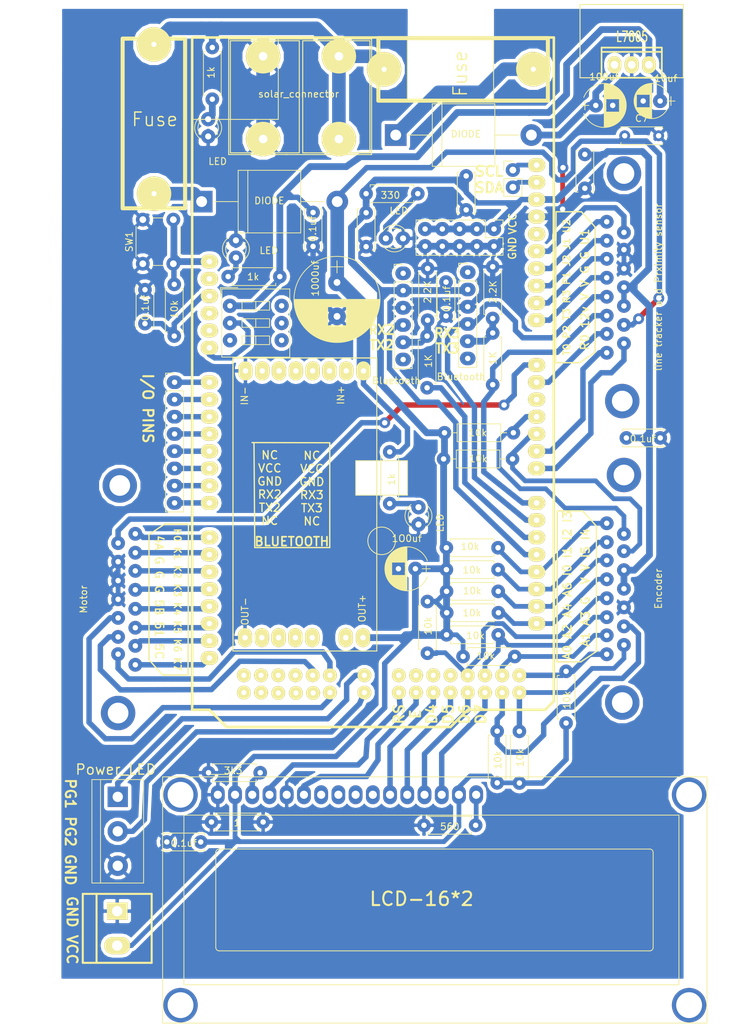
<source format=kicad_pcb>
(kicad_pcb (version 20171130) (host pcbnew no-vcs-found-b395b55~61~ubuntu17.10.1)
  (layers (0 F.Cu signal) (31 B.Cu signal) (34 B.Paste user) (35 F.Paste user) (36 B.SilkS user) (37 F.SilkS user) (38 B.Mask user) (39 F.Mask user) (44 Edge.Cuts user))
  (net 0 "")
  (net 1 GND)
  (net 2 VCC)
  (net 3 +9V)
  (net 4 "Net-(C10-Pad1)")
  (net 5 "Net-(D1-Pad2)")
  (net 6 "Net-(D2-Pad2)")
  (net 7 "Net-(D3-Pad1)")
  (net 8 "Net-(D4-Pad1)")
  (net 9 "Net-(D5-Pad2)")
  (net 10 "Net-(D6-Pad2)")
  (net 11 /PC6)
  (net 12 /PC4)
  (net 13 /PC0)
  (net 14 "Net-(DS1-Pad3)")
  (net 15 +12V)
  (net 16 "Net-(J2-Pad5)")
  (net 17 /RX2)
  (net 18 /OC5C)
  (net 19 /OC5A)
  (net 20 /OC5B)
  (net 21 /OC4A)
  (net 22 /PK7)
  (net 23 /PK6)
  (net 24 /PK5)
  (net 25 /PK4)
  (net 26 /PK3)
  (net 27 /PK2)
  (net 28 /PK1)
  (net 29 /PK0)
  (net 30 /PG0)
  (net 31 /RX3)
  (net 32 "Net-(J5-Pad5)")
  (net 33 /PA5)
  (net 34 /PA3)
  (net 35 /PA1)
  (net 36 /INT3)
  (net 37 /INT5)
  (net 38 /PA4)
  (net 39 /PA2)
  (net 40 /PA0)
  (net 41 /INT2)
  (net 42 /INT4)
  (net 43 /PF7)
  (net 44 /PF6)
  (net 45 /PF5)
  (net 46 /PF4)
  (net 47 /PF3)
  (net 48 /PF2)
  (net 49 /PF1)
  (net 50 /PF0)
  (net 51 /JPULSE1)
  (net 52 /TX0)
  (net 53 /TX3)
  (net 54 /RX0)
  (net 55 /TX2)
  (net 56 /RESET)
  (net 57 /5V)
  (net 58 /VIN)
  (net 59 /UEN1)
  (net 60 /UEN2)
  (net 61 /JPULSE2)
  (net 62 /OC4C)
  (net 63 /INT0)
  (net 64 /OC3A)
  (net 65 /E)
  (net 66 /INT1)
  (net 67 /PA7)
  (net 68 /PG1)
  (net 69 /PA6)
  (net 70 "Net-(DS1-Pad16)")
  (net 71 /12vv)
  (net 72 "Net-(DS1-Pad10)")
  (net 73 "Net-(DS1-Pad9)")
  (net 74 "Net-(DS1-Pad8)")
  (net 75 "Net-(DS1-Pad7)")
  (net 76 "Net-(J2-Pad6)")
  (net 77 "Net-(J2-Pad1)")
  (net 78 "Net-(J5-Pad1)")
  (net 79 "Net-(J5-Pad6)")
  (net 80 "Net-(U1-PadGND2)")
  (net 81 "Net-(U1-PadGND1)")
  (net 82 "Net-(U1-Pad3V3)")
  (net 83 "Net-(U1-Pad4)")
  (net 84 "Net-(U1-Pad13)")
  (net 85 /PL1)
  (net 86 /MISO)
  (net 87 /MOSI)
  (net 88 /SCK)
  (net 89 /PB0)
  (net 90 "Net-(U1-PadGND4)")
  (net 91 "Net-(U1-PadGND5)")
  (module Mods:ARDUINO_MEGA_SHIELD (layer F.Cu) (at 99.8982 26.1366 270)
    (fp_text reference U1 hide)
    (fp_text value Arduino_Mega hide)
    (pad 47 thru_hole circle (at 96.5835 -17.8435 270) (size 2.032 2.032) (drill 0.762) (layers *.Cu *.Mask F.SilkS))
    (pad 49 thru_hole circle (at 96.5835 -15.3035 270) (size 2.032 2.032) (drill 0.762) (layers *.Cu *.Mask F.SilkS))
    (pad 21 thru_hole oval (at 18.796 -50.8) (size 2.54 2.032) (drill 0.8128) (layers *.Cu *.Mask F.SilkS) (net 63 /INT0))
    (pad 20 thru_hole oval (at 21.336 -50.8) (size 2.54 2.032) (drill 0.8128) (layers *.Cu *.Mask F.SilkS) (net 66 /INT1))
    (pad 14 thru_hole oval (at 68.58 -50.8) (size 2.54 2.032) (drill 0.8128) (layers *.Cu *.Mask F.SilkS) (net 53 /TX3))
    (pad 15 thru_hole oval (at 71.12 -50.8) (size 2.54 2.032) (drill 0.8128) (layers *.Cu *.Mask F.SilkS) (net 31 /RX3))
    (pad 16 thru_hole oval (at 73.66 -50.8) (size 2.54 2.032) (drill 0.8128) (layers *.Cu *.Mask F.SilkS) (net 55 /TX2))
    (pad 17 thru_hole oval (at 76.2 -50.8) (size 2.54 2.032) (drill 0.8128) (layers *.Cu *.Mask F.SilkS) (net 17 /RX2))
    (pad 18 thru_hole oval (at 78.74 -50.8) (size 2.54 2.032) (drill 0.8128) (layers *.Cu *.Mask F.SilkS) (net 36 /INT3))
    (pad 19 thru_hole oval (at 81.28 -50.8) (size 2.54 2.032) (drill 0.8128) (layers *.Cu *.Mask F.SilkS) (net 41 /INT2))
    (pad 20 thru_hole oval (at 83.82 -50.8) (size 2.54 2.032) (drill 0.8128) (layers *.Cu *.Mask F.SilkS) (net 66 /INT1))
    (pad 21 thru_hole oval (at 86.36 -50.8) (size 2.54 2.032) (drill 0.8128) (layers *.Cu *.Mask F.SilkS) (net 63 /INT0))
    (pad AD15 thru_hole oval (at 91.44 -2.54) (size 2.54 2.032) (drill 0.8128) (layers *.Cu *.Mask F.SilkS) (net 22 /PK7))
    (pad AD14 thru_hole oval (at 88.9 -2.54) (size 2.54 2.032) (drill 0.8128) (layers *.Cu *.Mask F.SilkS) (net 23 /PK6))
    (pad AD13 thru_hole oval (at 86.36 -2.54) (size 2.54 2.032) (drill 0.8128) (layers *.Cu *.Mask F.SilkS) (net 24 /PK5))
    (pad AD12 thru_hole oval (at 83.82 -2.54) (size 2.54 2.032) (drill 0.8128) (layers *.Cu *.Mask F.SilkS) (net 25 /PK4))
    (pad AD8 thru_hole oval (at 73.66 -2.54) (size 2.54 2.032) (drill 0.8128) (layers *.Cu *.Mask F.SilkS) (net 29 /PK0))
    (pad AD7 thru_hole oval (at 68.58 -2.54) (size 2.54 2.032) (drill 0.8128) (layers *.Cu *.Mask F.SilkS) (net 43 /PF7))
    (pad AD6 thru_hole oval (at 66.04 -2.54) (size 2.54 2.032) (drill 0.8128) (layers *.Cu *.Mask F.SilkS) (net 44 /PF6))
    (pad AD9 thru_hole oval (at 76.2 -2.54) (size 2.54 2.032) (drill 0.8128) (layers *.Cu *.Mask F.SilkS) (net 28 /PK1))
    (pad AD10 thru_hole oval (at 78.74 -2.54) (size 2.54 2.032) (drill 0.8128) (layers *.Cu *.Mask F.SilkS) (net 27 /PK2))
    (pad AD11 thru_hole oval (at 81.28 -2.54) (size 2.54 2.032) (drill 0.8128) (layers *.Cu *.Mask F.SilkS) (net 26 /PK3))
    (pad AD5 thru_hole oval (at 63.5 -2.54) (size 2.54 2.032) (drill 0.8128) (layers *.Cu *.Mask F.SilkS) (net 45 /PF5))
    (pad AD4 thru_hole oval (at 60.96 -2.54) (size 2.54 2.032) (drill 0.8128) (layers *.Cu *.Mask F.SilkS) (net 46 /PF4))
    (pad AD3 thru_hole oval (at 58.42 -2.54) (size 2.54 2.032) (drill 0.8128) (layers *.Cu *.Mask F.SilkS) (net 47 /PF3))
    (pad AD0 thru_hole oval (at 50.8 -2.54) (size 2.54 2.032) (drill 0.8128) (layers *.Cu *.Mask F.SilkS) (net 50 /PF0))
    (pad AD1 thru_hole oval (at 53.34 -2.54) (size 2.54 2.032) (drill 0.8128) (layers *.Cu *.Mask F.SilkS) (net 49 /PF1))
    (pad AD2 thru_hole oval (at 55.88 -2.54) (size 2.54 2.032) (drill 0.8128) (layers *.Cu *.Mask F.SilkS) (net 48 /PF2))
    (pad V_IN thru_hole oval (at 45.72 -2.54) (size 2.54 2.032) (drill 0.8128) (layers *.Cu *.Mask F.SilkS) (net 58 /VIN))
    (pad GND2 thru_hole oval (at 43.18 -2.54) (size 2.54 2.032) (drill 0.8128) (layers *.Cu *.Mask F.SilkS) (net 80 "Net-(U1-PadGND2)"))
    (pad GND1 thru_hole oval (at 40.64 -2.54) (size 2.54 2.032) (drill 0.8128) (layers *.Cu *.Mask F.SilkS) (net 81 "Net-(U1-PadGND1)"))
    (pad 3V3 thru_hole oval (at 35.56 -2.54) (size 2.54 2.032) (drill 0.8128) (layers *.Cu *.Mask F.SilkS) (net 82 "Net-(U1-Pad3V3)"))
    (pad RST thru_hole oval (at 33.02 -2.54) (size 2.54 2.032) (drill 0.8128) (layers *.Cu *.Mask F.SilkS) (net 56 /RESET))
    (pad 0 thru_hole oval (at 63.5 -50.8) (size 2.54 2.032) (drill 0.8128) (layers *.Cu *.Mask F.SilkS) (net 54 /RX0))
    (pad 1 thru_hole oval (at 60.96 -50.8) (size 2.54 2.032) (drill 0.8128) (layers *.Cu *.Mask F.SilkS) (net 52 /TX0))
    (pad 2 thru_hole oval (at 58.42 -50.8) (size 2.54 2.032) (drill 0.8128) (layers *.Cu *.Mask F.SilkS) (net 42 /INT4))
    (pad 3 thru_hole oval (at 55.88 -50.8) (size 2.54 2.032) (drill 0.8128) (layers *.Cu *.Mask F.SilkS) (net 37 /INT5))
    (pad 4 thru_hole oval (at 53.34 -50.8) (size 2.54 2.032) (drill 0.8128) (layers *.Cu *.Mask F.SilkS) (net 83 "Net-(U1-Pad4)"))
    (pad 5 thru_hole oval (at 50.8 -50.8) (size 2.54 2.032) (drill 0.8128) (layers *.Cu *.Mask F.SilkS) (net 64 /OC3A))
    (pad 6 thru_hole oval (at 48.26 -50.8) (size 2.54 2.032) (drill 0.8128) (layers *.Cu *.Mask F.SilkS) (net 21 /OC4A))
    (pad 8 thru_hole oval (at 41.656 -50.8) (size 2.54 2.032) (drill 0.8128) (layers *.Cu *.Mask F.SilkS) (net 62 /OC4C))
    (pad 9 thru_hole oval (at 39.116 -50.8) (size 2.54 2.032) (drill 0.8128) (layers *.Cu *.Mask F.SilkS) (net 61 /JPULSE2))
    (pad 10 thru_hole oval (at 36.576 -50.8) (size 2.54 2.032) (drill 0.8128) (layers *.Cu *.Mask F.SilkS) (net 51 /JPULSE1))
    (pad 11 thru_hole oval (at 34.036 -50.8) (size 2.54 2.032) (drill 0.8128) (layers *.Cu *.Mask F.SilkS) (net 60 /UEN2))
    (pad 12 thru_hole oval (at 31.496 -50.8) (size 2.54 2.032) (drill 0.8128) (layers *.Cu *.Mask F.SilkS) (net 59 /UEN1))
    (pad 13 thru_hole oval (at 28.956 -50.8) (size 2.54 2.032) (drill 0.8128) (layers *.Cu *.Mask F.SilkS) (net 84 "Net-(U1-Pad13)"))
    (pad GND3 thru_hole oval (at 26.416 -50.8) (size 2.54 2.032) (drill 0.8128) (layers *.Cu *.Mask F.SilkS) (net 1 GND))
    (pad AREF thru_hole oval (at 23.876 -50.8) (size 2.54 2.032) (drill 0.8128) (layers *.Cu *.Mask F.SilkS) (net 2 VCC))
    (pad 5V thru_hole oval (at 38.1 -2.54) (size 2.54 2.032) (drill 0.8128) (layers *.Cu *.Mask F.SilkS) (net 57 /5V))
    (pad 22 thru_hole circle (at 93.98 -48.26 270) (size 2.032 2.032) (drill 0.762) (layers *.Cu *.Mask F.SilkS) (net 40 /PA0))
    (pad 23 thru_hole circle (at 96.52 -48.26 270) (size 2.032 2.032) (drill 0.762) (layers *.Cu *.Mask F.SilkS) (net 35 /PA1))
    (pad 24 thru_hole circle (at 93.98 -45.72 270) (size 2.032 2.032) (drill 0.762) (layers *.Cu *.Mask F.SilkS) (net 39 /PA2))
    (pad 25 thru_hole circle (at 96.52 -45.72 270) (size 2.032 2.032) (drill 0.762) (layers *.Cu *.Mask F.SilkS) (net 34 /PA3))
    (pad 26 thru_hole circle (at 93.98 -43.18 270) (size 2.032 2.032) (drill 0.762) (layers *.Cu *.Mask F.SilkS) (net 38 /PA4))
    (pad 27 thru_hole circle (at 96.52 -43.18 270) (size 2.032 2.032) (drill 0.762) (layers *.Cu *.Mask F.SilkS) (net 33 /PA5))
    (pad 28 thru_hole circle (at 93.98 -40.64 270) (size 2.032 2.032) (drill 0.762) (layers *.Cu *.Mask F.SilkS) (net 69 /PA6))
    (pad 29 thru_hole circle (at 96.52 -40.64 270) (size 2.032 2.032) (drill 0.762) (layers *.Cu *.Mask F.SilkS) (net 67 /PA7))
    (pad 31 thru_hole circle (at 96.52 -38.1 270) (size 2.032 2.032) (drill 0.762) (layers *.Cu *.Mask F.SilkS) (net 11 /PC6))
    (pad 30 thru_hole circle (at 93.98 -38.1 270) (size 2.032 2.032) (drill 0.762) (layers *.Cu *.Mask F.SilkS))
    (pad 32 thru_hole circle (at 93.98 -35.56 270) (size 2.032 2.032) (drill 0.762) (layers *.Cu *.Mask F.SilkS))
    (pad 33 thru_hole circle (at 96.52 -35.56 270) (size 2.032 2.032) (drill 0.762) (layers *.Cu *.Mask F.SilkS) (net 12 /PC4))
    (pad 34 thru_hole circle (at 93.98 -33.02 270) (size 2.032 2.032) (drill 0.762) (layers *.Cu *.Mask F.SilkS))
    (pad 35 thru_hole circle (at 96.52 -33.02 270) (size 2.032 2.032) (drill 0.762) (layers *.Cu *.Mask F.SilkS) (net 65 /E))
    (pad 36 thru_hole circle (at 93.98 -30.48 270) (size 2.032 2.032) (drill 0.762) (layers *.Cu *.Mask F.SilkS))
    (pad 37 thru_hole circle (at 96.52 -30.48 270) (size 2.032 2.032) (drill 0.762) (layers *.Cu *.Mask F.SilkS) (net 13 /PC0))
    (pad 40 thru_hole circle (at 93.98 -25.4 270) (size 2.032 2.032) (drill 0.762) (layers *.Cu *.Mask F.SilkS) (net 68 /PG1))
    (pad 41 thru_hole circle (at 96.52 -25.4 270) (size 2.032 2.032) (drill 0.762) (layers *.Cu *.Mask F.SilkS) (net 30 /PG0))
    (pad 44 thru_hole circle (at 93.98 -20.32 270) (size 2.032 2.032) (drill 0.762) (layers *.Cu *.Mask F.SilkS) (net 18 /OC5C))
    (pad 45 thru_hole circle (at 96.52 -20.32 270) (size 2.032 2.032) (drill 0.762) (layers *.Cu *.Mask F.SilkS) (net 20 /OC5B))
    (pad 46 thru_hole circle (at 93.98 -17.78 270) (size 2.032 2.032) (drill 0.762) (layers *.Cu *.Mask F.SilkS) (net 19 /OC5A))
    (pad 48 thru_hole circle (at 93.98 -15.24 270) (size 2.032 2.032) (drill 0.762) (layers *.Cu *.Mask F.SilkS) (net 85 /PL1))
    (pad 50 thru_hole circle (at 93.98 -12.7 270) (size 2.032 2.032) (drill 0.762) (layers *.Cu *.Mask F.SilkS) (net 86 /MISO))
    (pad 51 thru_hole circle (at 96.5835 -12.7 270) (size 2.032 2.032) (drill 0.762) (layers *.Cu *.Mask F.SilkS) (net 87 /MOSI))
    (pad 52 thru_hole circle (at 93.98 -10.16 270) (size 2.032 2.032) (drill 0.762) (layers *.Cu *.Mask F.SilkS) (net 88 /SCK))
    (pad 53 thru_hole circle (at 96.52 -10.16 270) (size 2.032 2.032) (drill 0.762) (layers *.Cu *.Mask F.SilkS) (net 89 /PB0))
    (pad GND4 thru_hole circle (at 93.98 -7.62 270) (size 2.032 2.032) (drill 0.762) (layers *.Cu *.Mask F.SilkS) (net 90 "Net-(U1-PadGND4)"))
    (pad GND5 thru_hole circle (at 96.52 -7.62 270) (size 2.032 2.032) (drill 0.762) (layers *.Cu *.Mask F.SilkS) (net 91 "Net-(U1-PadGND5)"))
  )
  (module Mods:Buck (layer F.Cu) (at 105.918 73.3552)
    (fp_text reference U3 hide)
    (fp_text value LM2596-PSU hide)
    (fp_text user OUT- (at 1.778 37.338 90) (layer F.SilkS))
    (fp_text user OUT+ (at 19.05 36.8935 90) (layer F.SilkS))
    (fp_text user IN- (at 1.7145 5.588 90) (layer F.SilkS))
    (fp_text user IN+ (at 15.9004 5.4864 90) (layer F.SilkS))
    (pad 15 thru_hole oval (at 16.637 41.2115) (size 2.1 2.8) (drill 0.8) (layers *.Cu *.Mask F.SilkS))
    (pad 14 thru_hole oval (at 11.684 41.2115) (size 2.1 2.8) (drill 0.8) (layers *.Cu *.Mask F.SilkS))
    (pad 13 thru_hole oval (at 9.2075 41.2115) (size 2.1 2.8) (drill 0.8) (layers *.Cu *.Mask F.SilkS))
    (pad 6 thru_hole oval (at 6.731 41.2115) (size 2.1 2.8) (drill 0.8) (layers *.Cu *.Mask F.SilkS))
    (pad 5 thru_hole oval (at 4.2545 41.2115) (size 2.1 2.8) (drill 0.8) (layers *.Cu *.Mask F.SilkS))
    (pad 3 thru_hole oval (at 1.778 41.2115) (size 2.1 2.8) (drill 0.8) (layers *.Cu *.Mask F.SilkS) (net 1 GND))
    (pad 4 thru_hole oval (at 19.177 41.2115) (size 2.1 2.8) (drill 0.8) (layers *.Cu *.Mask F.SilkS) (net 2 VCC))
    (pad 1 thru_hole oval (at 19.2405 1.905) (size 2.1 2.8) (drill 0.8) (layers *.Cu *.Mask F.SilkS) (net 71 /12vv))
    (pad 2 thru_hole oval (at 1.8415 1.905) (size 2.1 2.8) (drill 0.8) (layers *.Cu *.Mask F.SilkS) (net 1 GND))
    (pad 7 thru_hole oval (at 4.318 1.905) (size 2.1 2.8) (drill 0.8) (layers *.Cu *.Mask F.SilkS))
    (pad 8 thru_hole oval (at 6.7945 1.905) (size 2.1 2.8) (drill 0.8) (layers *.Cu *.Mask F.SilkS))
    (pad 9 thru_hole oval (at 9.271 1.905) (size 2.1 2.8) (drill 0.8) (layers *.Cu *.Mask F.SilkS))
    (pad 10 thru_hole oval (at 11.7475 1.905) (size 2.1 2.8) (drill 0.8) (layers *.Cu *.Mask F.SilkS))
    (pad 11 thru_hole oval (at 14.224 1.905) (size 2.1 2.8) (drill 0.8) (layers *.Cu *.Mask F.SilkS))
    (pad 12 thru_hole oval (at 16.7005 1.905) (size 2.1 2.8) (drill 0.8) (layers *.Cu *.Mask F.SilkS))
  )
  (module Diodes_THT:D_P600_R-6_P20.00mm_Horizontal (layer F.Cu) (at 101.2952 50.3174)
    (fp_text reference D4 hide)
    (fp_text value DIODE (at 9.9822 -0.127) (layer F.SilkS))
    (pad 1 thru_hole rect (at 0 0) (size 3.2 3.2) (drill 1.6) (layers *.Cu *.Mask) (net 8 "Net-(D4-Pad1)"))
    (pad 2 thru_hole oval (at 20 0) (size 3.2 3.2) (drill 1.6) (layers *.Cu *.Mask) (net 71 /12vv))
  )
  (module Mods:FUSE (layer F.Cu) (at 139.63904 31.33852)
    (fp_text reference F1 hide)
    (fp_text value Fuse (at -0.2032 0.127 -90) (layer F.SilkS) (effects (font (size 2 2) (thickness 0.2))))
    (pad 1 thru_hole circle (at 10.5691 -0.5304 90) (size 5.08 5.08) (drill 0.762) (layers *.Cu *.Mask F.SilkS) (net 7 "Net-(D3-Pad1)"))
    (pad 2 thru_hole circle (at -11.4309 -0.5054 90) (size 5.08 5.08) (drill 0.762) (layers *.Cu *.Mask F.SilkS) (net 15 +12V))
  )
  (module Pin_Headers:Pin_Header_Straight_2x05_Pitch2.54mm (layer F.Cu) (at 144.4117 54.356 270)
    (fp_text reference J1 hide)
    (fp_text value VCC_GND hide)
    (pad 1 thru_hole oval (at 0 0 270) (size 2.1 2.1) (drill 0.8) (layers *.Cu *.Mask) (net 2 VCC))
    (pad 2 thru_hole oval (at 2.54 0 270) (size 2.1 2.1) (drill 0.8) (layers *.Cu *.Mask) (net 1 GND))
    (pad 3 thru_hole oval (at 0 2.54 270) (size 2.1 2.1) (drill 0.8) (layers *.Cu *.Mask) (net 2 VCC))
    (pad 4 thru_hole oval (at 2.54 2.54 270) (size 2.1 2.1) (drill 0.8) (layers *.Cu *.Mask) (net 1 GND))
    (pad 5 thru_hole oval (at 0 5.08 270) (size 2.1 2.1) (drill 0.8) (layers *.Cu *.Mask) (net 2 VCC))
    (pad 6 thru_hole oval (at 2.54 5.08 270) (size 2.1 2.1) (drill 0.8) (layers *.Cu *.Mask) (net 1 GND))
    (pad 7 thru_hole oval (at 0 7.62 270) (size 2.1 2.1) (drill 0.8) (layers *.Cu *.Mask) (net 2 VCC))
    (pad 8 thru_hole oval (at 2.54 7.62 270) (size 2.1 2.1) (drill 0.8) (layers *.Cu *.Mask) (net 1 GND))
    (pad 9 thru_hole oval (at 0 10.16 270) (size 2.1 2.1) (drill 0.8) (layers *.Cu *.Mask) (net 2 VCC))
    (pad 10 thru_hole oval (at 2.54 10.16 270) (size 2.1 2.1) (drill 0.8) (layers *.Cu *.Mask) (net 1 GND))
  )
  (module Pin_Headers:Pin_Header_Straight_1x06_Pitch2.54mm (layer F.Cu) (at 131.0132 60.8838)
    (fp_text reference J2 hide)
    (fp_text value Bluetooth (at -1.0033 15.8115) (layer F.SilkS))
    (pad 6 thru_hole oval (at 0 12.7) (size 2.3 2) (drill 0.8) (layers *.Cu *.Mask) (net 76 "Net-(J2-Pad6)"))
    (pad 5 thru_hole oval (at 0 10.16) (size 2.3 2) (drill 0.8) (layers *.Cu *.Mask) (net 16 "Net-(J2-Pad5)"))
    (pad 4 thru_hole oval (at 0 7.62) (size 2.3 2) (drill 0.8) (layers *.Cu *.Mask) (net 17 /RX2))
    (pad 3 thru_hole oval (at 0 5.08) (size 2.3 2) (drill 0.8) (layers *.Cu *.Mask) (net 1 GND))
    (pad 2 thru_hole oval (at 0 2.54) (size 2.3 2) (drill 0.8) (layers *.Cu *.Mask) (net 2 VCC))
    (pad 1 thru_hole oval (at 0 0) (size 2.3 2) (drill 0.8) (layers *.Cu *.Mask) (net 77 "Net-(J2-Pad1)"))
  )
  (module Pin_Headers:Pin_Header_Straight_1x06_Pitch2.54mm (layer F.Cu) (at 140.5382 60.7314)
    (fp_text reference J5 hide)
    (fp_text value Bluetooth (at -0.9906 15.3924) (layer F.SilkS))
    (pad 1 thru_hole oval (at 0 0) (size 2.3 2) (drill 0.8) (layers *.Cu *.Mask) (net 78 "Net-(J5-Pad1)"))
    (pad 2 thru_hole oval (at 0 2.54) (size 2.3 2) (drill 0.8) (layers *.Cu *.Mask) (net 2 VCC))
    (pad 3 thru_hole oval (at 0 5.08) (size 2.3 2) (drill 0.8) (layers *.Cu *.Mask) (net 1 GND))
    (pad 4 thru_hole oval (at 0 7.62) (size 2.3 2) (drill 0.8) (layers *.Cu *.Mask) (net 31 /RX3))
    (pad 5 thru_hole oval (at 0 10.16) (size 2.3 2) (drill 0.8) (layers *.Cu *.Mask) (net 32 "Net-(J5-Pad5)"))
    (pad 6 thru_hole oval (at 0 12.7) (size 2.3 2) (drill 0.8) (layers *.Cu *.Mask) (net 79 "Net-(J5-Pad6)"))
  )
  (module Pin_Headers:Pin_Header_Straight_1x08_Pitch2.54mm (layer F.Cu) (at 97.3074 76.9366)
    (fp_text reference J7 hide)
    (fp_text value "I/O Pins ")
    (pad 8 thru_hole oval (at 0 17.78) (size 2.3 2) (drill 0.8) (layers *.Cu *.Mask) (net 43 /PF7))
    (pad 7 thru_hole oval (at 0 15.24) (size 2.3 2) (drill 0.8) (layers *.Cu *.Mask) (net 44 /PF6))
    (pad 6 thru_hole oval (at 0 12.7) (size 2.3 2) (drill 0.8) (layers *.Cu *.Mask) (net 45 /PF5))
    (pad 5 thru_hole oval (at 0 10.16) (size 2.3 2) (drill 0.8) (layers *.Cu *.Mask) (net 46 /PF4))
    (pad 4 thru_hole oval (at 0 7.62) (size 2.3 2) (drill 0.8) (layers *.Cu *.Mask) (net 47 /PF3))
    (pad 3 thru_hole oval (at 0 5.08) (size 2.3 2) (drill 0.8) (layers *.Cu *.Mask) (net 48 /PF2))
    (pad 2 thru_hole oval (at 0 2.54) (size 2.3 2) (drill 0.8) (layers *.Cu *.Mask) (net 49 /PF1))
    (pad 1 thru_hole oval (at 0 0) (size 2.3 2) (drill 0.8) (layers *.Cu *.Mask) (net 50 /PF0))
  )
  (module Mods:Cap_100uF (layer F.Cu) (at 132.8166 104.4194 180)
    (fp_text reference C13 hide)
    (fp_text value 1O0uf (at 1.25 4.46 180) (layer F.SilkS))
    (pad 2 thru_hole circle (at 2.5 0 180) (size 2.1 2.1) (drill 0.8) (layers *.Cu *.Mask) (net 1 GND))
    (pad 1 thru_hole circle (at 0 0 180) (size 2.1 2.1) (drill 0.8) (layers *.Cu *.Mask) (net 2 VCC))
  )
  (module Mods:LCD-16*2 (layer F.Cu) (at 103.6828 137.7188)
    (fp_text reference DS1 hide)
    (fp_text value LCD-16*2 (at 30.0609 15.3416) (layer F.SilkS) (effects (font (size 2 2) (thickness 0.3))))
    (pad "" thru_hole circle (at 69.5 0) (size 5.08 5.08) (drill 3.81) (layers *.Cu *.Mask))
    (pad "" thru_hole circle (at 69.49948 31.0007) (size 5.08 5.08) (drill 3.81) (layers *.Cu *.Mask))
    (pad "" thru_hole circle (at -5.4991 31.0007) (size 5.08 5.08) (drill 3.81) (layers *.Cu *.Mask))
    (pad "" thru_hole circle (at -5.4991 0) (size 5.08 5.08) (drill 3.81) (layers *.Cu *.Mask))
    (pad 16 thru_hole oval (at 38.1 0) (size 2.032 2.794) (drill 1.2) (layers *.Cu *.Mask) (net 70 "Net-(DS1-Pad16)"))
    (pad 15 thru_hole oval (at 35.56 0) (size 2.032 2.794) (drill 1.2) (layers *.Cu *.Mask) (net 2 VCC))
    (pad 14 thru_hole oval (at 33.02 0) (size 2.032 2.794) (drill 1.2) (layers *.Cu *.Mask) (net 33 /PA5))
    (pad 13 thru_hole oval (at 30.48 0) (size 2.032 2.794) (drill 1.2) (layers *.Cu *.Mask) (net 67 /PA7))
    (pad 12 thru_hole oval (at 27.94 0) (size 2.032 2.794) (drill 1.2) (layers *.Cu *.Mask) (net 11 /PC6))
    (pad 11 thru_hole oval (at 25.4 0) (size 2.032 2.794) (drill 1.2) (layers *.Cu *.Mask) (net 12 /PC4))
    (pad 10 thru_hole oval (at 22.86 0) (size 2.032 2.794) (drill 1.2) (layers *.Cu *.Mask) (net 72 "Net-(DS1-Pad10)"))
    (pad 9 thru_hole oval (at 20.32 0) (size 2.032 2.794) (drill 1.2) (layers *.Cu *.Mask) (net 73 "Net-(DS1-Pad9)"))
    (pad 8 thru_hole oval (at 17.78 0) (size 2.032 2.794) (drill 1.2) (layers *.Cu *.Mask) (net 74 "Net-(DS1-Pad8)"))
    (pad 7 thru_hole oval (at 15.24 0) (size 2.032 2.794) (drill 1.2) (layers *.Cu *.Mask) (net 75 "Net-(DS1-Pad7)"))
    (pad 6 thru_hole oval (at 12.7 0) (size 2.032 2.794) (drill 1.2) (layers *.Cu *.Mask) (net 65 /E))
    (pad 5 thru_hole oval (at 10.16 0) (size 2.032 2.794) (drill 1.2) (layers *.Cu *.Mask) (net 1 GND))
    (pad 4 thru_hole oval (at 7.62 0) (size 2.032 2.794) (drill 1.2) (layers *.Cu *.Mask) (net 13 /PC0))
    (pad 3 thru_hole oval (at 5.08 0) (size 2.032 2.794) (drill 1.2) (layers *.Cu *.Mask) (net 14 "Net-(DS1-Pad3)"))
    (pad 2 thru_hole oval (at 2.54 0) (size 2.032 2.794) (drill 1.2) (layers *.Cu *.Mask) (net 2 VCC))
    (pad 1 thru_hole oval (at 0 0) (size 2.032 2.794) (drill 1.2) (layers *.Cu *.Mask) (net 1 GND))
  )
  (module Mods:bornier2-medium (layer F.Cu) (at 88.8492 157.4038 270)
    (fp_text reference J11 hide)
    (fp_text value Conn_01x02 hide)
    (pad 1 thru_hole rect (at -2.54 0 270) (size 2.54 3.048) (drill 1.524) (layers *.Cu *.Mask F.SilkS) (net 1 GND))
    (pad 2 thru_hole oval (at 2.54 0 270) (size 2.54 3.81) (drill 1.524) (layers *.Cu *.Mask F.SilkS) (net 2 VCC))
  )
  (module Mods:SolarConn (layer F.Cu) (at 115.951 41.0972)
    (fp_text reference J10 hide)
    (fp_text value solar_connector (at -0.3556 -6.6294) (layer F.SilkS))
    (pad 2 thru_hole circle (at 5.588 0) (size 5.08 5.08) (drill 1.27) (layers *.Cu *.Mask F.SilkS) (net 15 +12V))
    (pad 1 thru_hole circle (at -5.588 0) (size 5.08 5.08) (drill 1.27) (layers *.Cu *.Mask F.SilkS) (net 1 GND))
    (pad 2 thru_hole circle (at 5.588 -12.192) (size 5.08 5.08) (drill 1.27) (layers *.Cu *.Mask F.SilkS) (net 15 +12V))
    (pad 1 thru_hole circle (at -5.588 -12.192) (size 5.08 5.08) (drill 1.27) (layers *.Cu *.Mask F.SilkS) (net 1 GND))
  )
  (module LEDs:LED_D3.0mm (layer F.Cu) (at 106.3498 56.0324 270)
    (fp_text reference D2 hide)
    (fp_text value LED (at 1.4986 -4.8514) (layer F.SilkS))
    (pad 2 thru_hole circle (at 2.54 0 270) (size 2.1 2.1) (drill 0.9) (layers *.Cu *.Mask) (net 6 "Net-(D2-Pad2)"))
    (pad 1 thru_hole circle (at 0 0 270) (size 2.1 2.1) (drill 0.9) (layers *.Cu *.Mask) (net 1 GND))
  )
  (module Capacitors_THT:C_Disc_D6.0mm_W2.5mm_P5.00mm (layer F.Cu) (at 92.9386 63.2968 270)
    (fp_text reference C1 hide)
    (fp_text value 0.1uf (at 2.6924 -0.0508 270) (layer F.SilkS))
    (pad 2 thru_hole circle (at 5 0 270) (size 2 2) (drill 0.8) (layers *.Cu *.Mask) (net 57 /5V))
    (pad 1 thru_hole circle (at 0 0 270) (size 2 2) (drill 0.8) (layers *.Cu *.Mask) (net 1 GND))
  )
  (module Capacitors_THT:C_Disc_D6.0mm_W2.5mm_P5.00mm (layer F.Cu) (at 140.3096 51.5366 90)
    (fp_text reference C2 hide)
    (fp_text value 0.1uf)
    (pad 1 thru_hole circle (at 0 0 90) (size 2 2) (drill 0.8) (layers *.Cu *.Mask) (net 1 GND))
    (pad 2 thru_hole circle (at 5 0 90) (size 2 2) (drill 0.8) (layers *.Cu *.Mask) (net 2 VCC))
  )
  (module Capacitors_THT:C_Disc_D6.0mm_W2.5mm_P5.00mm (layer F.Cu) (at 157.8102 43.3578 270)
    (fp_text reference C3 hide)
    (fp_text value 0.1uf)
    (pad 1 thru_hole circle (at 0 0 270) (size 2 2) (drill 0.8) (layers *.Cu *.Mask) (net 2 VCC))
    (pad 2 thru_hole circle (at 5 0 270) (size 2 2) (drill 0.8) (layers *.Cu *.Mask) (net 1 GND))
  )
  (module Capacitors_THT:C_Disc_D6.0mm_W2.5mm_P5.00mm (layer F.Cu) (at 96.1644 144.6784)
    (fp_text reference C4 hide)
    (fp_text value 0.1uf (at 2.4892 0.1778) (layer F.SilkS))
    (pad 1 thru_hole circle (at 0 0) (size 2 2) (drill 0.8) (layers *.Cu *.Mask) (net 1 GND))
    (pad 2 thru_hole circle (at 5 0) (size 2 2) (drill 0.8) (layers *.Cu *.Mask) (net 2 VCC))
  )
  (module Capacitors_THT:C_Disc_D6.0mm_W2.5mm_P5.00mm (layer F.Cu) (at 163.9316 85.1408)
    (fp_text reference C5 hide)
    (fp_text value 0.1uf (at 2.4384 0.127) (layer F.SilkS))
    (pad 2 thru_hole circle (at 5 0) (size 2 2) (drill 0.8) (layers *.Cu *.Mask) (net 1 GND))
    (pad 1 thru_hole circle (at 0 0) (size 2 2) (drill 0.8) (layers *.Cu *.Mask) (net 2 VCC))
  )
  (module Capacitors_THT:C_Disc_D6.0mm_W2.5mm_P5.00mm (layer F.Cu) (at 137.3378 62.1792 270)
    (fp_text reference C6 hide)
    (fp_text value 0.1uf (at 2.4892 -0.1016 270) (layer F.SilkS))
    (pad 1 thru_hole circle (at 0 0 270) (size 2 2) (drill 0.8) (layers *.Cu *.Mask) (net 2 VCC))
    (pad 2 thru_hole circle (at 5 0 270) (size 2 2) (drill 0.8) (layers *.Cu *.Mask) (net 1 GND))
  )
  (module Capacitors_THT:C_Disc_D6.0mm_W2.5mm_P5.00mm (layer F.Cu) (at 117.729 56.9214 90)
    (fp_text reference C8 hide)
    (fp_text value 0.1uf (at 2.5908 -0.0508 90) (layer F.SilkS))
    (pad 1 thru_hole circle (at 0 0 90) (size 2 2) (drill 0.8) (layers *.Cu *.Mask) (net 1 GND))
    (pad 2 thru_hole circle (at 5 0 90) (size 2 2) (drill 0.8) (layers *.Cu *.Mask) (net 3 +9V))
  )
  (module Capacitors_THT:C_Disc_D6.0mm_W2.5mm_P5.00mm (layer F.Cu) (at 125.5522 56.9595 90)
    (fp_text reference C9 hide)
    (fp_text value C hide)
    (pad 2 thru_hole circle (at 5 0 90) (size 2 2) (drill 0.8) (layers *.Cu *.Mask) (net 2 VCC))
    (pad 1 thru_hole circle (at 0 0 90) (size 2 2) (drill 0.8) (layers *.Cu *.Mask) (net 1 GND))
  )
  (module Mods:Cap_100uF (layer F.Cu) (at 159.42056 36.1442)
    (fp_text reference C10 hide)
    (fp_text value 100uf (at 1.2192 -4.2164 180) (layer F.SilkS))
    (pad 1 thru_hole circle (at 0 0) (size 2.1 2.1) (drill 0.8) (layers *.Cu *.Mask) (net 4 "Net-(C10-Pad1)"))
    (pad 2 thru_hole circle (at 2.5 0) (size 2.1 2.1) (drill 0.8) (layers *.Cu *.Mask) (net 1 GND))
  )
  (module Mods:Cao_1000uF (layer F.Cu) (at 121.2596 62.23 270)
    (fp_text reference C11 hide)
    (fp_text value 1000uf (at -0.5842 3.2004 270) (layer F.SilkS))
    (pad 2 thru_hole circle (at 5 0 270) (size 2.6 2.6) (drill 1) (layers *.Cu *.Mask) (net 1 GND))
    (pad 1 thru_hole circle (at 0 0 270) (size 2.6 2.6) (drill 1) (layers *.Cu *.Mask) (net 71 /12vv))
  )
  (module Mods:Cap_10uF (layer F.Cu) (at 168.91 35.4965 180)
    (fp_text reference C12 hide)
    (fp_text value 10uf (at -0.8382 3.3274 180) (layer F.SilkS))
    (pad 2 thru_hole circle (at 2.5 0 180) (size 2.1 2.1) (drill 0.8) (layers *.Cu *.Mask) (net 1 GND))
    (pad 1 thru_hole circle (at 0 0 180) (size 2.1 2.1) (drill 0.8) (layers *.Cu *.Mask) (net 3 +9V))
  )
  (module LEDs:LED_D3.0mm (layer F.Cu) (at 102.2604 40.7162 90)
    (fp_text reference D1 hide)
    (fp_text value LED (at -3.683 1.397 180) (layer F.SilkS))
    (pad 2 thru_hole circle (at 2.54 0 90) (size 2.1 2.1) (drill 0.9) (layers *.Cu *.Mask) (net 5 "Net-(D1-Pad2)"))
    (pad 1 thru_hole circle (at 0 0 90) (size 2.1 2.1) (drill 0.9) (layers *.Cu *.Mask) (net 1 GND))
  )
  (module Diodes_THT:D_P600_R-6_P20.00mm_Horizontal (layer F.Cu) (at 129.921 40.513)
    (fp_text reference D3 hide)
    (fp_text value DIODE (at 10.3378 -0.1524) (layer F.SilkS))
    (pad 2 thru_hole oval (at 20 0) (size 3.2 3.2) (drill 1.6) (layers *.Cu *.Mask) (net 4 "Net-(C10-Pad1)"))
    (pad 1 thru_hole rect (at 0 0) (size 3.2 3.2) (drill 1.6) (layers *.Cu *.Mask) (net 7 "Net-(D3-Pad1)"))
  )
  (module LEDs:LED_D3.0mm (layer F.Cu) (at 131.0005 55.7403 180)
    (fp_text reference D5 hide)
    (fp_text value LED (at 0.635 4.064 180) (layer F.SilkS))
    (pad 1 thru_hole circle (at 0 0 180) (size 2.1 2.1) (drill 0.9) (layers *.Cu *.Mask) (net 1 GND))
    (pad 2 thru_hole circle (at 2.54 0 180) (size 2.1 2.1) (drill 0.9) (layers *.Cu *.Mask) (net 9 "Net-(D5-Pad2)"))
  )
  (module LEDs:LED_D3.0mm (layer F.Cu) (at 133.2738 97.8916 90)
    (fp_text reference D6 hide)
    (fp_text value LED (at 0.2286 3.1877 90) (layer F.SilkS))
    (pad 1 thru_hole circle (at 0 0 90) (size 2.1 2.1) (drill 0.9) (layers *.Cu *.Mask) (net 1 GND))
    (pad 2 thru_hole circle (at 2.54 0 90) (size 2.1 2.1) (drill 0.9) (layers *.Cu *.Mask) (net 10 "Net-(D6-Pad2)"))
  )
  (module Mods:FUSE (layer F.Cu) (at 93.7514 38.5826 270)
    (fp_text reference F2 hide)
    (fp_text value Fuse (at -0.381 -0.635) (layer F.SilkS) (effects (font (size 2 2) (thickness 0.2))))
    (pad 1 thru_hole circle (at 10.5691 -0.5304) (size 5.08 5.08) (drill 0.762) (layers *.Cu *.Mask F.SilkS) (net 8 "Net-(D4-Pad1)"))
    (pad 2 thru_hole circle (at -11.4309 -0.5054) (size 5.08 5.08) (drill 0.762) (layers *.Cu *.Mask F.SilkS) (net 15 +12V))
  )
  (module Mods:DB15FC (layer F.Cu) (at 91.5162 118.5672 90)
    (fp_text reference J3 hide)
    (fp_text value Motor (at 9.65 -7.62 90) (layer F.SilkS))
    (pad 15 thru_hole circle (at 17.93 -2.54 90) (size 2.032 2.032) (drill 0.800001) (layers *.Cu *.Mask) (net 21 /OC4A))
    (pad 14 thru_hole circle (at 15.19 -2.54 90) (size 2.032 2.032) (drill 0.800001) (layers *.Cu *.Mask) (net 1 GND))
    (pad 13 thru_hole circle (at 12.4 -2.54 90) (size 2.032 2.032) (drill 0.800001) (layers *.Cu *.Mask) (net 1 GND))
    (pad 12 thru_hole circle (at 9.65 -2.54 90) (size 2.032 2.032) (drill 0.800001) (layers *.Cu *.Mask) (net 1 GND))
    (pad 11 thru_hole circle (at 6.91 -2.54 90) (size 2.032 2.032) (drill 0.800001) (layers *.Cu *.Mask) (net 20 /OC5B))
    (pad 10 thru_hole circle (at 4.11 -2.54 90) (size 2.032 2.032) (drill 0.800001) (layers *.Cu *.Mask) (net 19 /OC5A))
    (pad 9 thru_hole circle (at 1.57 -2.54 90) (size 2.032 2.032) (drill 0.800001) (layers *.Cu *.Mask) (net 18 /OC5C))
    (pad 8 thru_hole circle (at 19.3 0 90) (size 2.032 2.032) (drill 0.800001) (layers *.Cu *.Mask) (net 29 /PK0))
    (pad 7 thru_hole circle (at 16.51 0 90) (size 2.032 2.032) (drill 0.800001) (layers *.Cu *.Mask) (net 28 /PK1))
    (pad 6 thru_hole circle (at 13.84 0 90) (size 2.032 2.032) (drill 0.800001) (layers *.Cu *.Mask) (net 27 /PK2))
    (pad 5 thru_hole circle (at 11.05 0 90) (size 2.032 2.032) (drill 0.800001) (layers *.Cu *.Mask) (net 26 /PK3))
    (pad 4 thru_hole circle (at 8.25 0 90) (size 2.032 2.032) (drill 0.800001) (layers *.Cu *.Mask) (net 25 /PK4))
    (pad 3 thru_hole circle (at 5.46 0 90) (size 2.032 2.032) (drill 0.800001) (layers *.Cu *.Mask) (net 24 /PK5))
    (pad 2 thru_hole circle (at 2.79 0 90) (size 2.032 2.032) (drill 0.800001) (layers *.Cu *.Mask) (net 23 /PK6))
    (pad 1 thru_hole circle (at 0 0 90) (size 2.032 2.032) (drill 0.800001) (layers *.Cu *.Mask) (net 22 /PK7))
    (pad "" thru_hole circle (at -7.11 -2.54 90) (size 5.08 5.08) (drill 3.05) (layers *.Cu *.Mask))
    (pad "" thru_hole circle (at 26.42 -2.29 90) (size 5.08 5.08) (drill 3.05) (layers *.Cu *.Mask))
  )
  (module Mods:bornier3 (layer F.Cu) (at 88.9254 138.0236 270)
    (fp_text reference J4 hide)
    (fp_text value Power_LED (at -4.0259 0.2921) (layer F.SilkS) (effects (font (size 1.5 1.5) (thickness 0.2))))
    (pad 3 thru_hole circle (at 10.16 0 270) (size 3 3) (drill 1.52) (layers *.Cu *.Mask) (net 1 GND))
    (pad 2 thru_hole circle (at 5.08 0 270) (size 3 3) (drill 1.52) (layers *.Cu *.Mask) (net 30 /PG0))
    (pad 1 thru_hole rect (at 0 0 270) (size 3 3) (drill 1.52) (layers *.Cu *.Mask) (net 68 /PG1))
  )
  (module Mods:DB15FC (layer F.Cu) (at 161.036 97.7138 270)
    (fp_text reference J6 hide)
    (fp_text value Encoder (at 9.65 -7.62 270) (layer F.SilkS))
    (pad 15 thru_hole circle (at 17.93 -2.54 270) (size 2.032 2.032) (drill 0.800001) (layers *.Cu *.Mask) (net 35 /PA1))
    (pad 14 thru_hole circle (at 15.19 -2.54 270) (size 2.032 2.032) (drill 0.800001) (layers *.Cu *.Mask) (net 34 /PA3))
    (pad 13 thru_hole circle (at 12.4 -2.54 270) (size 2.032 2.032) (drill 0.800001) (layers *.Cu *.Mask) (net 1 GND))
    (pad 12 thru_hole circle (at 9.65 -2.54 270) (size 2.032 2.032) (drill 0.800001) (layers *.Cu *.Mask) (net 2 VCC))
    (pad 11 thru_hole circle (at 6.91 -2.54 270) (size 2.032 2.032) (drill 0.800001) (layers *.Cu *.Mask) (net 2 VCC))
    (pad 10 thru_hole circle (at 4.11 -2.54 270) (size 2.032 2.032) (drill 0.800001) (layers *.Cu *.Mask) (net 42 /INT4))
    (pad 9 thru_hole circle (at 1.57 -2.54 270) (size 2.032 2.032) (drill 0.800001) (layers *.Cu *.Mask) (net 37 /INT5))
    (pad 8 thru_hole circle (at 19.3 0 270) (size 2.032 2.032) (drill 0.800001) (layers *.Cu *.Mask) (net 40 /PA0))
    (pad 7 thru_hole circle (at 16.51 0 270) (size 2.032 2.032) (drill 0.800001) (layers *.Cu *.Mask) (net 39 /PA2))
    (pad 6 thru_hole circle (at 13.84 0 270) (size 2.032 2.032) (drill 0.800001) (layers *.Cu *.Mask) (net 38 /PA4))
    (pad 5 thru_hole circle (at 11.05 0 270) (size 2.032 2.032) (drill 0.800001) (layers *.Cu *.Mask) (net 69 /PA6))
    (pad 4 thru_hole circle (at 8.25 0 270) (size 2.032 2.032) (drill 0.800001) (layers *.Cu *.Mask) (net 63 /INT0))
    (pad 3 thru_hole circle (at 5.46 0 270) (size 2.032 2.032) (drill 0.800001) (layers *.Cu *.Mask) (net 66 /INT1))
    (pad 2 thru_hole circle (at 2.79 0 270) (size 2.032 2.032) (drill 0.800001) (layers *.Cu *.Mask) (net 41 /INT2))
    (pad 1 thru_hole circle (at 0 0 270) (size 2.032 2.032) (drill 0.800001) (layers *.Cu *.Mask) (net 36 /INT3))
    (pad "" thru_hole circle (at -7.11 -2.54 270) (size 5.08 5.08) (drill 3.05) (layers *.Cu *.Mask))
    (pad "" thru_hole circle (at 26.42 -2.29 270) (size 5.08 5.08) (drill 3.05) (layers *.Cu *.Mask))
  )
  (module Mods:DB15FC (layer F.Cu) (at 161.036 53.2892 270)
    (fp_text reference J9 hide)
    (fp_text value "line tracker and Prximity sensor" (at 9.65 -7.62 270) (layer F.SilkS))
    (pad "" thru_hole circle (at 26.42 -2.29 270) (size 5.08 5.08) (drill 3.05) (layers *.Cu *.Mask))
    (pad "" thru_hole circle (at -7.11 -2.54 270) (size 5.08 5.08) (drill 3.05) (layers *.Cu *.Mask))
    (pad 1 thru_hole circle (at 0 0 270) (size 2.032 2.032) (drill 0.800001) (layers *.Cu *.Mask) (net 60 /UEN2))
    (pad 2 thru_hole circle (at 2.79 0 270) (size 2.032 2.032) (drill 0.800001) (layers *.Cu *.Mask) (net 51 /JPULSE1))
    (pad 3 thru_hole circle (at 5.46 0 270) (size 2.032 2.032) (drill 0.800001) (layers *.Cu *.Mask) (net 61 /JPULSE2))
    (pad 4 thru_hole circle (at 8.25 0 270) (size 2.032 2.032) (drill 0.800001) (layers *.Cu *.Mask) (net 62 /OC4C))
    (pad 5 thru_hole circle (at 11.05 0 270) (size 2.032 2.032) (drill 0.800001) (layers *.Cu *.Mask) (net 31 /RX3))
    (pad 6 thru_hole circle (at 13.84 0 270) (size 2.032 2.032) (drill 0.800001) (layers *.Cu *.Mask) (net 53 /TX3))
    (pad 7 thru_hole circle (at 16.51 0 270) (size 2.032 2.032) (drill 0.800001) (layers *.Cu *.Mask) (net 64 /OC3A))
    (pad 8 thru_hole circle (at 19.3 0 270) (size 2.032 2.032) (drill 0.800001) (layers *.Cu *.Mask) (net 52 /TX0))
    (pad 9 thru_hole circle (at 1.57 -2.54 270) (size 2.032 2.032) (drill 0.800001) (layers *.Cu *.Mask) (net 59 /UEN1))
    (pad 10 thru_hole circle (at 4.11 -2.54 270) (size 2.032 2.032) (drill 0.800001) (layers *.Cu *.Mask) (net 1 GND))
    (pad 11 thru_hole circle (at 6.91 -2.54 270) (size 2.032 2.032) (drill 0.800001) (layers *.Cu *.Mask) (net 1 GND))
    (pad 12 thru_hole circle (at 9.65 -2.54 270) (size 2.032 2.032) (drill 0.800001) (layers *.Cu *.Mask) (net 2 VCC))
    (pad 13 thru_hole circle (at 12.4 -2.54 270) (size 2.032 2.032) (drill 0.800001) (layers *.Cu *.Mask) (net 2 VCC))
    (pad 14 thru_hole circle (at 15.19 -2.54 270) (size 2.032 2.032) (drill 0.800001) (layers *.Cu *.Mask) (net 71 /12vv))
    (pad 15 thru_hole circle (at 17.93 -2.54 270) (size 2.032 2.032) (drill 0.800001) (layers *.Cu *.Mask) (net 54 /RX0))
  )
  (module Mods:Res_Small (layer F.Cu) (at 134.5438 77.7494 90)
    (fp_text reference R1 hide)
    (fp_text value 1K (at 3.937 0.2032 90) (layer F.SilkS))
    (pad 2 thru_hole oval (at 7.62 0 90) (size 2 2) (drill 0.8) (layers *.Cu *.Mask) (net 16 "Net-(J2-Pad5)"))
    (pad 1 thru_hole oval (at 0 0 90) (size 2 2) (drill 0.8) (layers *.Cu *.Mask) (net 55 /TX2))
  )
  (module Mods:Res_Small (layer F.Cu) (at 134.62 67.7926 90)
    (fp_text reference R2 hide)
    (fp_text value 2.2K (at 4.1656 0 90) (layer F.SilkS))
    (pad 1 thru_hole oval (at 0 0 90) (size 2 2) (drill 0.8) (layers *.Cu *.Mask) (net 16 "Net-(J2-Pad5)"))
    (pad 2 thru_hole oval (at 7.62 0 90) (size 2 2) (drill 0.8) (layers *.Cu *.Mask) (net 1 GND))
  )
  (module Mods:Res_Small (layer F.Cu) (at 144.2212 77.2922 90)
    (fp_text reference R3 hide)
    (fp_text value 1K (at 3.9116 0.0508 90) (layer F.SilkS))
    (pad 2 thru_hole oval (at 7.62 0 90) (size 2 2) (drill 0.8) (layers *.Cu *.Mask) (net 32 "Net-(J5-Pad5)"))
    (pad 1 thru_hole oval (at 0 0 90) (size 2 2) (drill 0.8) (layers *.Cu *.Mask) (net 53 /TX3))
  )
  (module Mods:Res_Small (layer F.Cu) (at 144.2212 67.5386 90)
    (fp_text reference R4 hide)
    (fp_text value 2.2K (at 3.9116 0.0508 90) (layer F.SilkS))
    (pad 1 thru_hole oval (at 0 0 90) (size 2 2) (drill 0.8) (layers *.Cu *.Mask) (net 32 "Net-(J5-Pad5)"))
    (pad 2 thru_hole oval (at 7.62 0 90) (size 2 2) (drill 0.8) (layers *.Cu *.Mask) (net 1 GND))
  )
  (module Mods:Res_Small (layer F.Cu) (at 134.0866 142.2146)
    (fp_text reference R5 hide)
    (fp_text value 560 (at 3.81 0.2032) (layer F.SilkS))
    (pad 2 thru_hole oval (at 7.62 0) (size 2 2) (drill 0.8) (layers *.Cu *.Mask) (net 70 "Net-(DS1-Pad16)"))
    (pad 1 thru_hole oval (at 0 0) (size 2 2) (drill 0.8) (layers *.Cu *.Mask) (net 1 GND))
  )
  (module Mods:Res_Small (layer F.Cu) (at 137.4394 110.8964)
    (fp_text reference R6 hide)
    (fp_text value 10k (at 4.2418 3.3782) (layer F.SilkS))
    (pad 1 thru_hole oval (at 0 0) (size 2 2) (drill 0.8) (layers *.Cu *.Mask) (net 2 VCC))
    (pad 2 thru_hole oval (at 7.62 0) (size 2 2) (drill 0.8) (layers *.Cu *.Mask) (net 63 /INT0))
  )
  (module Mods:Res_Small (layer F.Cu) (at 137.414 107.7468)
    (fp_text reference R7 hide)
    (fp_text value 10k (at 3.7846 -0.0762) (layer F.SilkS))
    (pad 2 thru_hole oval (at 7.62 0) (size 2 2) (drill 0.8) (layers *.Cu *.Mask) (net 66 /INT1))
    (pad 1 thru_hole oval (at 0 0) (size 2 2) (drill 0.8) (layers *.Cu *.Mask) (net 2 VCC))
  )
  (module Mods:Res_Small (layer F.Cu) (at 137.3886 104.5464)
    (fp_text reference R8 hide)
    (fp_text value 10k (at 3.7592 0.0508) (layer F.SilkS))
    (pad 1 thru_hole oval (at 0 0) (size 2 2) (drill 0.8) (layers *.Cu *.Mask) (net 2 VCC))
    (pad 2 thru_hole oval (at 7.62 0) (size 2 2) (drill 0.8) (layers *.Cu *.Mask) (net 41 /INT2))
  )
  (module Mods:Res_Small (layer F.Cu) (at 137.3886 101.3206)
    (fp_text reference R9 hide)
    (fp_text value 10k (at 3.4798 -0.1778) (layer F.SilkS))
    (pad 2 thru_hole oval (at 7.62 0) (size 2 2) (drill 0.8) (layers *.Cu *.Mask) (net 36 /INT3))
    (pad 1 thru_hole oval (at 0 0) (size 2 2) (drill 0.8) (layers *.Cu *.Mask) (net 2 VCC))
  )
  (module Mods:Res_Small (layer F.Cu) (at 97.2566 70.1294 90)
    (fp_text reference R10 hide)
    (fp_text value 10k (at 3.937 0.0254 90) (layer F.SilkS))
    (pad 1 thru_hole oval (at 0 0 90) (size 2 2) (drill 0.8) (layers *.Cu *.Mask) (net 57 /5V))
    (pad 2 thru_hole oval (at 7.62 0 90) (size 2 2) (drill 0.8) (layers *.Cu *.Mask) (net 56 /RESET))
  )
  (module Mods:Res_Small (layer F.Cu) (at 102.87 35.2298 90)
    (fp_text reference R13 hide)
    (fp_text value 1k (at 3.937 -0.1778 90) (layer F.SilkS))
    (pad 1 thru_hole oval (at 0 0 90) (size 2 2) (drill 0.8) (layers *.Cu *.Mask) (net 5 "Net-(D1-Pad2)"))
    (pad 2 thru_hole oval (at 7.62 0 90) (size 2 2) (drill 0.8) (layers *.Cu *.Mask) (net 15 +12V))
  )
  (module Mods:Res_Small (layer F.Cu) (at 105.2068 61.3664)
    (fp_text reference R14 hide)
    (fp_text value 1k (at 3.683 0.0254) (layer F.SilkS))
    (pad 2 thru_hole oval (at 7.62 0) (size 2 2) (drill 0.8) (layers *.Cu *.Mask) (net 3 +9V))
    (pad 1 thru_hole oval (at 0 0) (size 2 2) (drill 0.8) (layers *.Cu *.Mask) (net 6 "Net-(D2-Pad2)"))
  )
  (module Mods:Res_Small (layer F.Cu) (at 125.5522 49.149)
    (fp_text reference R15 hide)
    (fp_text value 330 (at 3.5814 0.2286) (layer F.SilkS))
    (pad 1 thru_hole oval (at 0 0) (size 2 2) (drill 0.8) (layers *.Cu *.Mask) (net 2 VCC))
    (pad 2 thru_hole oval (at 7.62 0) (size 2 2) (drill 0.8) (layers *.Cu *.Mask) (net 9 "Net-(D5-Pad2)"))
  )
  (module Mods:Res_Small (layer F.Cu) (at 129.032 94.8182 90)
    (fp_text reference R16 hide)
    (fp_text value 1k (at 3.556 0.2794 90) (layer F.SilkS))
    (pad 1 thru_hole oval (at 0 0 90) (size 2 2) (drill 0.8) (layers *.Cu *.Mask) (net 10 "Net-(D6-Pad2)"))
    (pad 2 thru_hole oval (at 7.62 0 90) (size 2 2) (drill 0.8) (layers *.Cu *.Mask) (net 71 /12vv))
  )
  (module Buttons_Switches_THT:SW_DIP_x3_W7.62mm_Slide (layer F.Cu) (at 105.4735 65.6717)
    (fp_text reference SW2 hide)
    (fp_text value SW_DIP_x01 hide)
    (pad 1 thru_hole circle (at 0 0) (size 2.1 2.1) (drill 0.8) (layers *.Cu *.Mask) (net 3 +9V))
    (pad 4 thru_hole circle (at 7.62 5.08) (size 2.1 2.1) (drill 0.8) (layers *.Cu *.Mask))
    (pad 2 thru_hole circle (at 0 2.54) (size 2.1 2.1) (drill 0.8) (layers *.Cu *.Mask) (net 58 /VIN))
    (pad 5 thru_hole circle (at 7.62 2.54) (size 2.1 2.1) (drill 0.8) (layers *.Cu *.Mask))
    (pad 3 thru_hole circle (at 0 5.08) (size 2.1 2.1) (drill 0.8) (layers *.Cu *.Mask))
    (pad 6 thru_hole circle (at 7.62 0) (size 2.1 2.1) (drill 0.8) (layers *.Cu *.Mask))
  )
  (module Mods:LM78_heatsink (layer F.Cu) (at 164.719 30.1625 90)
    (fp_text reference U2 hide)
    (fp_text value L7805 (at 4.1402 0.0508 180) (layer F.SilkS) (effects (font (size 1.524 1.016) (thickness 0.2032))))
    (pad 1 thru_hole oval (at 0 -2.54 90) (size 2.54 2.032) (drill 1.143) (layers *.Cu *.Mask F.SilkS) (net 4 "Net-(C10-Pad1)"))
    (pad 2 thru_hole oval (at 0 0 90) (size 2.54 2.032) (drill 1.143) (layers *.Cu *.Mask F.SilkS) (net 1 GND))
    (pad 3 thru_hole oval (at 0 2.54 90) (size 2.54 2.032) (drill 1.143) (layers *.Cu *.Mask F.SilkS) (net 3 +9V))
  )
  (module Pin_Headers:Pin_Header_Straight_1x02_Pitch2.54mm (layer F.Cu) (at 147.193 45.6692)
    (fp_text reference J8 hide)
    (fp_text value Conn_01x02 hide)
    (pad 1 thru_hole oval (at 0 0) (size 2.1 2) (drill 1) (layers *.Cu *.Mask) (net 63 /INT0))
    (pad 2 thru_hole oval (at 0 2.54) (size 2.1 2) (drill 1) (layers *.Cu *.Mask) (net 66 /INT1))
  )
  (module Mods:Res_Small (layer F.Cu) (at 109.9312 134.4676 180)
    (fp_text reference R18 hide)
    (fp_text value 3k3 (at 3.9878 0.3048 180) (layer F.SilkS))
    (pad 1 thru_hole oval (at 0 0 180) (size 2 2) (drill 0.8) (layers *.Cu *.Mask) (net 14 "Net-(DS1-Pad3)"))
    (pad 2 thru_hole oval (at 7.62 0 180) (size 2 2) (drill 0.8) (layers *.Cu *.Mask) (net 1 GND))
  )
  (module Mods:Res_Small (layer F.Cu) (at 155.0416 127.1524 90)
    (fp_text reference R19 hide)
    (fp_text value 10k (at 3.4036 0.127 90) (layer F.SilkS))
    (pad 1 thru_hole oval (at 0 0 90) (size 2 2) (drill 0.8) (layers *.Cu *.Mask) (net 2 VCC))
    (pad 2 thru_hole oval (at 7.62 0 90) (size 2 2) (drill 0.8) (layers *.Cu *.Mask) (net 40 /PA0))
  )
  (module Mods:Res_Small (layer F.Cu) (at 148.1582 128.3716 270)
    (fp_text reference R20 hide)
    (fp_text value 10k (at 3.8862 -0.1016 270) (layer F.SilkS))
    (pad 2 thru_hole oval (at 7.62 0 270) (size 2 2) (drill 0.8) (layers *.Cu *.Mask) (net 2 VCC))
    (pad 1 thru_hole oval (at 0 0 270) (size 2 2) (drill 0.8) (layers *.Cu *.Mask) (net 35 /PA1))
  )
  (module Mods:Res_Small (layer F.Cu) (at 147.4724 117.348 180)
    (fp_text reference R21 hide)
    (fp_text value 10k (at 4.2672 0.1016 180) (layer F.SilkS))
    (pad 1 thru_hole oval (at 0 0 180) (size 2 2) (drill 0.8) (layers *.Cu *.Mask) (net 39 /PA2))
    (pad 2 thru_hole oval (at 7.62 0 180) (size 2 2) (drill 0.8) (layers *.Cu *.Mask) (net 2 VCC))
  )
  (module Mods:Res_Small (layer F.Cu) (at 144.8816 128.3462 270)
    (fp_text reference R22 hide)
    (fp_text value 10k (at 4.2418 -0.1016 270) (layer F.SilkS))
    (pad 2 thru_hole oval (at 7.62 0 270) (size 2 2) (drill 0.8) (layers *.Cu *.Mask) (net 2 VCC))
    (pad 1 thru_hole oval (at 0 0 270) (size 2 2) (drill 0.8) (layers *.Cu *.Mask) (net 34 /PA3))
  )
  (module Mods:Res_Small (layer F.Cu) (at 145.034 114.1476 180)
    (fp_text reference R23 hide)
    (fp_text value 10k (at 3.8862 3.2258 180) (layer F.SilkS))
    (pad 1 thru_hole oval (at 0 0 180) (size 2 2) (drill 0.8) (layers *.Cu *.Mask) (net 38 /PA4))
    (pad 2 thru_hole oval (at 7.62 0 180) (size 2 2) (drill 0.8) (layers *.Cu *.Mask) (net 2 VCC))
  )
  (module Mods:Res_Small (layer F.Cu) (at 134.5946 116.8654 90)
    (fp_text reference R24 hide)
    (fp_text value 10k (at 4.0132 0.1016 90) (layer F.SilkS))
    (pad 2 thru_hole oval (at 7.62 0 90) (size 2 2) (drill 0.8) (layers *.Cu *.Mask) (net 2 VCC))
    (pad 1 thru_hole oval (at 0 0 90) (size 2 2) (drill 0.8) (layers *.Cu *.Mask) (net 69 /PA6))
  )
  (module Mods:Res_Small (layer F.Cu) (at 102.743 141.732)
    (fp_text reference R25 hide)
    (fp_text value 1 (at 3.7592 0.127) (layer F.SilkS))
    (pad 1 thru_hole oval (at 0 0) (size 2 2) (drill 0.8) (layers *.Cu *.Mask) (net 1 GND))
    (pad 2 thru_hole oval (at 7.62 0) (size 2 2) (drill 0.8) (layers *.Cu *.Mask) (net 1 GND))
  )
  (module Mods:SW_PUSH_6mm (layer F.Cu) (at 92.6211 59.4741 90)
    (fp_text reference SW1 (at 3.25 -2 90) (layer F.SilkS))
    (fp_text value SW_Push)
    (pad 1 thru_hole circle (at 6.5 0 180) (size 2.032 2.032) (drill 0.9906) (layers *.Cu *.Mask) (net 1 GND))
    (pad 2 thru_hole circle (at 6.5 4.5 180) (size 2.032 2.032) (drill 0.9906) (layers *.Cu *.Mask) (net 56 /RESET))
    (pad 1 thru_hole circle (at 0 0 180) (size 2.032 2.032) (drill 0.9906) (layers *.Cu *.Mask) (net 1 GND))
    (pad 2 thru_hole circle (at 0 4.5 180) (size 2.032 2.032) (drill 0.9906) (layers *.Cu *.Mask) (net 56 /RESET))
  )
  (module Capacitors_THT:C_Disc_D6.0mm_W2.5mm_P5.00mm (layer F.Cu) (at 163.6903 40.6146)
    (fp_text reference C7 (at 2.5 -2.56) (layer F.SilkS))
    (fp_text value C)
    (pad 1 thru_hole circle (at 0 0) (size 1.6 1.6) (drill 0.8) (layers *.Cu *.Mask) (net 71 /12vv))
    (pad 2 thru_hole circle (at 5 0) (size 1.6 1.6) (drill 0.8) (layers *.Cu *.Mask) (net 1 GND))
  )
  (module Resistors_THT:R_Axial_DIN0207_L6.3mm_D2.5mm_P10.16mm_Horizontal (layer F.Cu) (at 136.9822 88.2396)
    (fp_text reference R11 hide)
    (fp_text value 10k (at 5.1054 -0.0254) (layer F.SilkS))
    (pad 2 thru_hole circle (at 10.16 0) (size 2 2) (drill 0.8) (layers *.Cu *.Mask) (net 42 /INT4))
    (pad 1 thru_hole circle (at 0 0) (size 2 2) (drill 0.8) (layers *.Cu *.Mask) (net 2 VCC))
  )
  (module Resistors_THT:R_Axial_DIN0207_L6.3mm_D2.5mm_P10.16mm_Horizontal (layer F.Cu) (at 137.1092 84.3788)
    (fp_text reference R12 hide)
    (fp_text value 10k (at 4.9022 0) (layer F.SilkS))
    (pad 2 thru_hole circle (at 10.16 0) (size 2 2) (drill 0.8) (layers *.Cu *.Mask) (net 37 /INT5))
    (pad 1 thru_hole circle (at 0 0) (size 2 2) (drill 0.8) (layers *.Cu *.Mask) (net 2 VCC))
  )
  (gr_text VCC (at 147.15744 53.56352 90) (layer F.SilkS) (effects (font (size 1.1 1.1) (thickness 0.2))))
  (gr_text "A1 A3 G  V V I5 I4" (at 157.8991 107.188 90) (layer F.SilkS) (effects (font (size 1.2 1.2) (thickness 0.22))))
  (gr_text "A0 A2 A4 A6 I0 I1 I2 I3" (at 155.2194 106.8578 90) (layer F.SilkS) (effects (font (size 1.2 1.2) (thickness 0.22))))
  (gr_line (start 157.2133 118.1354) (end 159.5628 116.5733) (angle 90) (layer F.SilkS) (width 0.2))
  (gr_line (start 156.4894 118.1354) (end 157.2133 118.1354) (angle 90) (layer F.SilkS) (width 0.2))
  (gr_line (start 153.6954 118.1354) (end 156.5529 118.1354) (angle 90) (layer F.SilkS) (width 0.2))
  (gr_line (start 153.7589 95.8977) (end 153.6954 118.1354) (angle 90) (layer F.SilkS) (width 0.2))
  (gr_line (start 157.4927 95.8977) (end 153.7589 95.8977) (angle 90) (layer F.SilkS) (width 0.2))
  (gr_line (start 159.512 98.1329) (end 157.4927 95.8977) (angle 90) (layer F.SilkS) (width 0.2))
  (gr_line (start 159.512 116.5733) (end 159.512 98.1329) (angle 90) (layer F.SilkS) (width 0.2))
  (gr_line (start 159.3215 72.4916) (end 159.3215 54.0512) (angle 90) (layer F.SilkS) (width 0.2))
  (gr_line (start 159.3215 54.0512) (end 157.3022 51.816) (angle 90) (layer F.SilkS) (width 0.2))
  (gr_line (start 157.3022 51.816) (end 153.5684 51.816) (angle 90) (layer F.SilkS) (width 0.2))
  (gr_line (start 153.5684 51.816) (end 153.5049 74.0537) (angle 90) (layer F.SilkS) (width 0.2))
  (gr_line (start 153.5049 74.0537) (end 156.3624 74.0537) (angle 90) (layer F.SilkS) (width 0.2))
  (gr_line (start 156.2989 74.0537) (end 157.0228 74.0537) (angle 90) (layer F.SilkS) (width 0.2))
  (gr_line (start 157.0228 74.0537) (end 159.3723 72.4916) (angle 90) (layer F.SilkS) (width 0.2))
  (gr_text "T0 P2 T3 R3 P1 J2 J1 U2" (at 155.1305 62.9412 90) (layer F.SilkS) (effects (font (size 1 1) (thickness 0.2))))
  (gr_text "R0 12v V V G G U1" (at 157.8102 63.2714 90) (layer F.SilkS) (effects (font (size 1.2 1.2) (thickness 0.22))))
  (gr_text "4A G G G 5B 51 5C" (at 95.0468 108.6231 270) (layer F.SilkS) (effects (font (size 1.2 1.2) (thickness 0.22))))
  (gr_text "K0 K1 K2 K3 K4 K5 K6 K7" (at 97.7265 108.9533 270) (layer F.SilkS) (effects (font (size 1 1) (thickness 0.2))))
  (gr_line (start 95.8342 97.8408) (end 93.4847 99.4029) (angle 90) (layer F.SilkS) (width 0.2))
  (gr_line (start 96.5581 97.8408) (end 95.8342 97.8408) (angle 90) (layer F.SilkS) (width 0.2))
  (gr_line (start 99.3521 97.8408) (end 96.4946 97.8408) (angle 90) (layer F.SilkS) (width 0.2))
  (gr_line (start 99.2886 120.0785) (end 99.3521 97.8408) (angle 90) (layer F.SilkS) (width 0.2))
  (gr_line (start 95.5548 120.0785) (end 99.2886 120.0785) (angle 90) (layer F.SilkS) (width 0.2))
  (gr_line (start 93.5355 117.8433) (end 95.5548 120.0785) (angle 90) (layer F.SilkS) (width 0.2))
  (gr_line (start 93.5355 99.4029) (end 93.5355 117.8433) (angle 90) (layer F.SilkS) (width 0.2))
  (gr_text "RS\nE\nD4\nD5\nD6\nD7" (at 136.4488 125.8443 90) (layer F.SilkS) (effects (font (size 1.5 1.5) (thickness 0.3))))
  (gr_text BLUETOOTH (at 114.6048 100.4062) (layer F.SilkS) (effects (font (size 1.3 1.3) (thickness 0.25))))
  (gr_line (start 109.0168 85.8393) (end 109.0422 85.852) (angle 90) (layer F.SilkS) (width 0.2))
  (gr_line (start 109.1311 101.2952) (end 109.0168 85.8393) (angle 90) (layer F.SilkS) (width 0.2))
  (gr_line (start 120.1928 101.2952) (end 109.1311 101.2952) (angle 90) (layer F.SilkS) (width 0.2))
  (gr_line (start 120.1928 85.852) (end 120.1928 101.2952) (angle 90) (layer F.SilkS) (width 0.2))
  (gr_line (start 108.7374 85.8266) (end 120.1928 85.852) (angle 90) (layer F.SilkS) (width 0.2))
  (gr_text "NC\nVCC\nGND\nRX3\nTX3\nNC" (at 117.5512 92.583) (layer F.SilkS) (effects (font (size 1.2 1.2) (thickness 0.2))))
  (gr_text "NC\nVCC\nGND\nRX2\nTX2\nNC" (at 111.3409 92.5068) (layer F.SilkS) (effects (font (size 1.2 1.2) (thickness 0.2))))
  (gr_text "I/O PINS" (at 93.3704 80.7974 270) (layer F.SilkS) (effects (font (size 1.5 1.5) (thickness 0.3))))
  (gr_text GND (at 147.1168 57.1881 90) (layer F.SilkS) (effects (font (size 1.1 1.1) (thickness 0.2))))
  (gr_text "PG1 PG2 GND" (at 81.9404 143.2052 270) (layer F.SilkS) (effects (font (size 1.5 1.5) (thickness 0.3))))
  (gr_text "GND VCC" (at 82.1944 157.6832 270) (layer F.SilkS) (effects (font (size 1.5 1.5) (thickness 0.3))))
  (gr_text "RX2\nTX2" (at 127.8382 70.3326) (layer F.SilkS) (effects (font (size 1.4 1.3) (thickness 0.3))))
  (gr_text "RX3\nTX3" (at 137.5156 70.8406) (layer F.SilkS) (effects (font (size 1.4 1.3) (thickness 0.3))))
  (gr_text "SCL\nSDA" (at 143.6878 47.0662) (layer F.SilkS) (effects (font (size 1.5 1.5) (thickness 0.3))))
  (segment (start 166.41 35.4965) (end 166.41 36.8408) (width 0.6) (layer B.Cu) (net 1))
  (segment (start 166.41 36.8408) (end 166.2684 36.9824) (width 0.6) (layer B.Cu) (net 1))
  (segment (start 166.41 35.4965) (end 164.8841 35.4965) (width 0.6) (layer B.Cu) (net 1))
  (segment (start 164.8841 35.4965) (end 164.846 35.4584) (width 0.6) (layer B.Cu) (net 1))
  (segment (start 166.41 35.4965) (end 166.41 33.949) (width 0.6) (layer B.Cu) (net 1))
  (segment (start 166.41 33.949) (end 166.3446 33.8836) (width 0.6) (layer B.Cu) (net 1))
  (segment (start 161.92056 36.1442) (end 161.92056 37.66376) (width 0.6) (layer B.Cu) (net 1))
  (segment (start 161.92056 37.66376) (end 162.0266 37.7698) (width 0.6) (layer B.Cu) (net 1))
  (segment (start 161.92056 36.1442) (end 163.1442 36.1442) (width 0.6) (layer B.Cu) (net 1))
  (segment (start 163.1442 36.1442) (end 163.195 36.195) (width 0.6) (layer B.Cu) (net 1))
  (segment (start 161.92056 36.1442) (end 161.92056 34.87864) (width 0.6) (layer B.Cu) (net 1))
  (segment (start 161.92056 34.87864) (end 162.052 34.7472) (width 0.6) (layer B.Cu) (net 1))
  (segment (start 110.363 28.9052) (end 110.363 41.0972) (width 2) (layer B.Cu) (net 1))
  (segment (start 154.733 51.435) (end 157.8102 48.3578) (width 1) (layer B.Cu) (net 1))
  (segment (start 154.5336 51.435) (end 154.733 51.435) (width 1) (layer B.Cu) (net 1))
  (segment (start 153.416 52.5526) (end 154.5336 51.435) (width 1) (layer B.Cu) (net 1))
  (segment (start 150.6982 52.5526) (end 153.416 52.5526) (width 1) (layer B.Cu) (net 1))
  (segment (start 148.9456 52.5526) (end 150.6982 52.5526) (width 1) (layer B.Cu) (net 1))
  (segment (start 144.6022 56.896) (end 148.9456 52.5526) (width 1) (layer B.Cu) (net 1))
  (segment (start 144.4117 56.896) (end 144.6022 56.896) (width 1) (layer B.Cu) (net 1))
  (segment (start 136.7917 56.896) (end 134.2517 56.896) (width 1) (layer B.Cu) (net 1))
  (segment (start 139.3317 56.896) (end 136.7917 56.896) (width 1) (layer B.Cu) (net 1))
  (segment (start 141.8717 56.896) (end 139.3317 56.896) (width 1) (layer B.Cu) (net 1))
  (segment (start 144.4117 56.896) (end 141.8717 56.896) (width 1) (layer B.Cu) (net 1))
  (segment (start 117.729 56.9214) (end 117.729 63.6994) (width 0.8) (layer B.Cu) (net 1))
  (segment (start 117.729 63.6994) (end 121.2596 67.23) (width 0.8) (layer B.Cu) (net 1))
  (segment (start 141.8717 56.896) (end 139.3317 56.896) (width 0.8) (layer B.Cu) (net 1))
  (segment (start 139.3317 56.896) (end 136.7917 56.896) (width 0.8) (layer B.Cu) (net 1))
  (segment (start 136.7917 56.896) (end 134.2517 56.896) (width 0.8) (layer B.Cu) (net 1))
  (segment (start 144.4117 56.896) (end 145.1229 56.896) (width 0.8) (layer B.Cu) (net 1))
  (segment (start 154.733 51.435) (end 157.8102 48.3578) (width 0.7) (layer B.Cu) (net 1))
  (via (at 154.5844 45.3136) (size 1.6) (drill 0.8) (layers F.Cu B.Cu) (net 1))
  (segment (start 154.5844 45.3136) (end 154.5336 45.3644) (width 0.7) (layer F.Cu) (net 1))
  (segment (start 154.5336 45.3644) (end 154.5336 51.435) (width 0.7) (layer F.Cu) (net 1))
  (via (at 154.5336 51.435) (size 1.6) (drill 0.8) (layers F.Cu B.Cu) (net 1))
  (segment (start 154.5336 51.435) (end 153.416 52.5526) (width 0.7) (layer B.Cu) (net 1))
  (segment (start 144.2212 59.9186) (end 144.2212 62.2808) (width 0.8) (layer B.Cu) (net 1))
  (segment (start 141.732 64.77) (end 140.6906 65.8114) (width 0.8) (layer B.Cu) (net 1))
  (segment (start 144.2212 62.2808) (end 141.732 64.77) (width 0.8) (layer B.Cu) (net 1))
  (segment (start 140.5382 65.8114) (end 139.2936 65.8114) (width 0.8) (layer B.Cu) (net 1))
  (segment (start 139.2936 65.8114) (end 139.1412 65.9638) (width 0.8) (layer B.Cu) (net 1))
  (segment (start 140.5382 65.8114) (end 140.6906 65.8114) (width 0.8) (layer B.Cu) (net 1))
  (segment (start 137.3378 67.1792) (end 137.3378 66.929) (width 0.8) (layer B.Cu) (net 1))
  (segment (start 137.3378 67.1792) (end 137.3378 66.8782) (width 0.8) (layer B.Cu) (net 1))
  (segment (start 88.8492 154.8638) (end 87.8586 154.8638) (width 1) (layer B.Cu) (net 1))
  (segment (start 130.0988 104.2016) (end 130.3166 104.4194) (width 0.8) (layer B.Cu) (net 1))
  (segment (start 102.3112 134.4676) (end 102.3112 134.5946) (width 0.8) (layer B.Cu) (net 1))
  (segment (start 88.9254 154.7876) (end 88.8492 154.8638) (width 0.8) (layer B.Cu) (net 1))
  (segment (start 88.9254 154.7876) (end 88.8492 154.8638) (width 0.7) (layer B.Cu) (net 1))
  (segment (start 134.0104 142.2908) (end 134.0866 142.2146) (width 0.7) (layer B.Cu) (net 1))
  (segment (start 140.5382 65.8114) (end 141.0462 65.8114) (width 0.7) (layer B.Cu) (net 1))
  (segment (start 107.45978 74.9046) (end 107.75188 75.1967) (width 0.8) (layer B.Cu) (net 1))
  (segment (start 92.71 63.0682) (end 92.9386 63.2968) (width 0.8) (layer B.Cu) (net 1))
  (segment (start 88.0769 105.2679) (end 88.4325 105.2679) (width 0.7) (layer B.Cu) (net 1))
  (segment (start 88.4325 105.2679) (end 88.9762 104.7242) (width 0.7) (layer B.Cu) (net 1))
  (segment (start 88.9762 103.3772) (end 88.9762 104.7242) (width 0.7) (layer B.Cu) (net 1))
  (segment (start 88.9762 104.7242) (end 88.9762 106.1672) (width 0.7) (layer B.Cu) (net 1))
  (segment (start 88.9762 106.1672) (end 88.9762 108.9172) (width 0.7) (layer B.Cu) (net 1))
  (segment (start 88.0769 105.2679) (end 88.9762 106.1672) (width 0.7) (layer B.Cu) (net 1))
  (segment (start 106.2228 137.7188) (end 106.2228 134.8994) (width 0.8) (layer B.Cu) (net 2))
  (segment (start 128.2954 118.36908) (end 131.25704 115.40744) (width 0.8) (layer B.Cu) (net 2))
  (segment (start 128.2954 124.8918) (end 128.2954 118.36908) (width 0.8) (layer B.Cu) (net 2))
  (segment (start 121.1072 132.08) (end 128.2954 124.8918) (width 0.8) (layer B.Cu) (net 2))
  (segment (start 109.0422 132.08) (end 121.1072 132.08) (width 0.8) (layer B.Cu) (net 2))
  (segment (start 106.2228 134.8994) (end 109.0422 132.08) (width 0.8) (layer B.Cu) (net 2))
  (segment (start 148.1582 135.9916) (end 151.5618 135.9916) (width 0.8) (layer B.Cu) (net 2))
  (segment (start 155.0416 132.5118) (end 155.0416 127.1524) (width 0.8) (layer B.Cu) (net 2))
  (segment (start 151.5618 135.9916) (end 155.0416 132.5118) (width 0.8) (layer B.Cu) (net 2))
  (segment (start 128.86944 63.4238) (end 128.86944 63.4492) (width 1) (layer B.Cu) (net 2))
  (segment (start 128.86944 63.4492) (end 127.67056 64.64808) (width 1) (layer B.Cu) (net 2))
  (segment (start 137.1092 84.3788) (end 134.493 84.3788) (width 1) (layer B.Cu) (net 2))
  (segment (start 134.493 84.3788) (end 127.67056 77.07884) (width 1) (layer B.Cu) (net 2))
  (segment (start 127.67056 77.07884) (end 127.67056 64.64808) (width 1) (layer B.Cu) (net 2))
  (segment (start 127.67056 63.97244) (end 127.6604 63.4238) (width 1) (layer B.Cu) (net 2))
  (segment (start 127.67056 64.64808) (end 127.67056 63.97244) (width 1) (layer B.Cu) (net 2))
  (segment (start 125.5522 51.9595) (end 123.3932 54.1185) (width 1) (layer B.Cu) (net 2))
  (segment (start 123.3932 54.1185) (end 123.3932 59.1566) (width 1) (layer B.Cu) (net 2))
  (segment (start 131.0132 63.4238) (end 128.86944 63.4238) (width 1) (layer B.Cu) (net 2))
  (segment (start 128.86944 63.4238) (end 127.6604 63.4238) (width 1) (layer B.Cu) (net 2))
  (segment (start 127.6604 63.4238) (end 123.3932 59.1566) (width 1) (layer B.Cu) (net 2))
  (segment (start 128.7018 63.4238) (end 127.5588 63.4238) (width 1) (layer B.Cu) (net 2))
  (segment (start 137.1092 85.6996) (end 137.1092 88.1126) (width 1) (layer B.Cu) (net 2))
  (segment (start 163.576 104.6238) (end 163.576 107.3638) (width 1) (layer B.Cu) (net 2))
  (segment (start 167.3352 86.36) (end 166.116 85.1408) (width 1) (layer B.Cu) (net 2))
  (segment (start 167.3352 102.3874) (end 167.3352 86.36) (width 1) (layer B.Cu) (net 2))
  (segment (start 165.0988 104.6238) (end 167.3352 102.3874) (width 1) (layer B.Cu) (net 2))
  (segment (start 163.576 104.6238) (end 165.0988 104.6238) (width 1) (layer B.Cu) (net 2))
  (segment (start 166.116 85.1408) (end 163.9316 85.1408) (width 1) (layer B.Cu) (net 2))
  (segment (start 166.5478 85.1408) (end 166.116 85.1408) (width 1) (layer B.Cu) (net 2))
  (segment (start 167.3352 84.3534) (end 166.5478 85.1408) (width 1) (layer B.Cu) (net 2))
  (segment (start 167.3352 65.7352) (end 167.3352 84.3534) (width 1) (layer B.Cu) (net 2))
  (segment (start 164.6027 63.0027) (end 167.3352 65.7352) (width 1) (layer B.Cu) (net 2))
  (segment (start 164.6027 62.8503) (end 164.6027 63.0027) (width 1) (layer B.Cu) (net 2))
  (segment (start 164.6027 62.8503) (end 164.5138 62.9392) (width 1) (layer B.Cu) (net 2))
  (segment (start 164.5138 62.9392) (end 163.576 62.9392) (width 1) (layer B.Cu) (net 2))
  (segment (start 167.2336 60.2194) (end 164.6027 62.8503) (width 1) (layer B.Cu) (net 2))
  (segment (start 167.2336 43.8658) (end 167.2336 60.2194) (width 1) (layer B.Cu) (net 2))
  (segment (start 166.3065 42.9387) (end 167.2336 43.8658) (width 1) (layer B.Cu) (net 2))
  (segment (start 166.2049 42.9387) (end 166.3065 42.9387) (width 1) (layer B.Cu) (net 2))
  (segment (start 161.1757 42.9387) (end 166.2049 42.9387) (width 1) (layer B.Cu) (net 2))
  (segment (start 160.7566 43.3578) (end 161.1757 42.9387) (width 1) (layer B.Cu) (net 2))
  (segment (start 160.3756 43.3578) (end 160.7566 43.3578) (width 1) (layer B.Cu) (net 2))
  (segment (start 153.7208 50.0126) (end 160.3756 43.3578) (width 1) (layer B.Cu) (net 2))
  (segment (start 150.6982 50.0126) (end 153.7208 50.0126) (width 1) (layer B.Cu) (net 2))
  (segment (start 144.4117 54.0639) (end 147.9677 50.5079) (width 1) (layer B.Cu) (net 2))
  (segment (start 144.4117 54.356) (end 144.4117 54.0639) (width 1) (layer B.Cu) (net 2))
  (segment (start 141.8717 54.356) (end 144.4117 54.356) (width 1) (layer B.Cu) (net 2))
  (segment (start 139.3317 54.356) (end 141.8717 54.356) (width 1) (layer B.Cu) (net 2))
  (segment (start 136.7917 54.356) (end 139.3317 54.356) (width 1) (layer B.Cu) (net 2))
  (segment (start 134.2517 54.356) (end 136.7917 54.356) (width 1) (layer B.Cu) (net 2))
  (segment (start 139.7165 47.1297) (end 140.3096 46.5366) (width 1) (layer B.Cu) (net 2))
  (segment (start 126.9111 47.1297) (end 139.7165 47.1297) (width 1) (layer B.Cu) (net 2))
  (segment (start 125.5522 48.4886) (end 126.9111 47.1297) (width 1) (layer B.Cu) (net 2))
  (segment (start 125.5522 49.149) (end 125.5522 48.4886) (width 1) (layer B.Cu) (net 2))
  (segment (start 125.5522 49.149) (end 125.5522 51.9595) (width 1) (layer B.Cu) (net 2))
  (segment (start 123.3932 59.1566) (end 123.3932 54.1185) (width 1) (layer B.Cu) (net 2))
  (segment (start 123.3932 59.2582) (end 123.3932 59.1566) (width 1) (layer B.Cu) (net 2))
  (segment (start 127.5588 63.4238) (end 123.3932 59.2582) (width 1) (layer B.Cu) (net 2))
  (segment (start 131.0132 63.4238) (end 128.7018 63.4238) (width 1) (layer B.Cu) (net 2))
  (segment (start 136.9822 100.9142) (end 137.3886 101.3206) (width 1) (layer B.Cu) (net 2))
  (segment (start 136.9822 88.2396) (end 136.9822 100.9142) (width 1) (layer B.Cu) (net 2))
  (segment (start 137.1092 88.1126) (end 136.9822 88.2396) (width 1) (layer B.Cu) (net 2))
  (segment (start 137.1092 84.3788) (end 137.1092 85.6996) (width 1) (layer B.Cu) (net 2))
  (segment (start 130.81 114.5667) (end 130.81 114.9604) (width 0.8) (layer B.Cu) (net 2))
  (segment (start 130.81 114.9604) (end 131.25704 115.40744) (width 0.8) (layer B.Cu) (net 2))
  (segment (start 105.12044 144.6784) (end 105.12044 145.78076) (width 0.8) (layer B.Cu) (net 2))
  (segment (start 105.12044 145.78076) (end 105.14076 145.76044) (width 0.8) (layer B.Cu) (net 2))
  (segment (start 105.14076 145.76044) (end 105.14076 145.42008) (width 0.8) (layer B.Cu) (net 2))
  (segment (start 105.14076 145.42008) (end 105.14076 145.76044) (width 0.8) (layer B.Cu) (net 2))
  (segment (start 132.3086 114.1476) (end 132.3086 114.35588) (width 0.8) (layer B.Cu) (net 2))
  (segment (start 132.3086 114.35588) (end 131.25704 115.40744) (width 0.8) (layer B.Cu) (net 2))
  (segment (start 137.414 114.1476) (end 132.3086 114.1476) (width 1) (layer B.Cu) (net 2))
  (segment (start 132.3086 114.1476) (end 131.37388 114.1476) (width 1) (layer B.Cu) (net 2))
  (segment (start 125.095 114.5667) (end 130.81 114.5667) (width 1) (layer B.Cu) (net 2))
  (segment (start 130.81 114.5667) (end 130.95478 114.5667) (width 1) (layer B.Cu) (net 2))
  (segment (start 130.95478 114.5667) (end 131.37388 114.1476) (width 1) (layer B.Cu) (net 2))
  (segment (start 131.37388 114.1476) (end 137.414 114.1476) (width 1) (layer B.Cu) (net 2))
  (segment (start 130.95478 114.5667) (end 131.37388 114.1476) (width 1) (layer B.Cu) (net 2))
  (segment (start 136.7917 54.356) (end 139.3317 54.356) (width 0.8) (layer B.Cu) (net 2))
  (segment (start 139.3317 54.356) (end 141.8717 54.356) (width 0.8) (layer B.Cu) (net 2))
  (segment (start 141.8717 54.356) (end 144.4117 54.356) (width 0.8) (layer B.Cu) (net 2))
  (segment (start 147.02155 51.45405) (end 147.02155 51.21275) (width 0.8) (layer B.Cu) (net 2))
  (segment (start 147.02155 51.21275) (end 146.3167 50.5079) (width 0.8) (layer B.Cu) (net 2))
  (segment (start 140.3096 48.6664) (end 140.3096 48.9331) (width 0.8) (layer B.Cu) (net 2))
  (segment (start 140.3096 48.9331) (end 141.8844 50.5079) (width 0.8) (layer B.Cu) (net 2))
  (segment (start 141.8844 50.5079) (end 146.3167 50.5079) (width 0.8) (layer B.Cu) (net 2))
  (segment (start 146.3167 50.5079) (end 147.9677 50.5079) (width 0.8) (layer B.Cu) (net 2))
  (segment (start 144.4117 54.0639) (end 147.02155 51.45405) (width 0.8) (layer B.Cu) (net 2))
  (segment (start 147.02155 51.45405) (end 147.9677 50.5079) (width 0.8) (layer B.Cu) (net 2))
  (segment (start 147.9677 50.5079) (end 148.463 50.0126) (width 0.8) (layer B.Cu) (net 2))
  (segment (start 148.463 50.0126) (end 150.6982 50.0126) (width 0.8) (layer B.Cu) (net 2))
  (segment (start 134.5946 109.2454) (end 135.89 109.2454) (width 0.8) (layer B.Cu) (net 2))
  (segment (start 135.89 109.2454) (end 135.9662 109.1692) (width 0.8) (layer B.Cu) (net 2))
  (segment (start 166.5986 85.0392) (end 166.6494 85.0392) (width 0.8) (layer B.Cu) (net 2))
  (segment (start 166.6494 85.0392) (end 167.3352 85.725) (width 0.8) (layer B.Cu) (net 2))
  (segment (start 166.5986 85.1408) (end 166.5986 85.0392) (width 0.8) (layer B.Cu) (net 2))
  (segment (start 166.5986 85.0392) (end 167.3352 84.3026) (width 0.8) (layer B.Cu) (net 2))
  (segment (start 163.9316 85.1408) (end 166.5986 85.1408) (width 0.8) (layer B.Cu) (net 2))
  (segment (start 166.5986 85.1408) (end 166.8272 85.1408) (width 0.8) (layer B.Cu) (net 2))
  (segment (start 166.8272 85.1408) (end 167.3352 85.6488) (width 0.8) (layer B.Cu) (net 2))
  (segment (start 140.3096 47.3202) (end 140.3096 48.6664) (width 0.8) (layer B.Cu) (net 2))
  (segment (start 140.3096 48.6664) (end 140.3096 48.8061) (width 0.8) (layer B.Cu) (net 2))
  (segment (start 140.3096 48.8061) (end 140.2842 48.7807) (width 0.8) (layer B.Cu) (net 2))
  (segment (start 140.2842 48.7807) (end 140.2842 48.5902) (width 0.8) (layer B.Cu) (net 2))
  (segment (start 140.2842 48.5902) (end 140.2842 48.7807) (width 0.8) (layer B.Cu) (net 2))
  (segment (start 140.3096 46.5366) (end 140.3096 47.3202) (width 0.8) (layer B.Cu) (net 2))
  (segment (start 140.3096 47.3202) (end 140.3096 47.0662) (width 0.8) (layer B.Cu) (net 2))
  (segment (start 140.3096 47.0662) (end 139.8778 47.498) (width 0.8) (layer B.Cu) (net 2))
  (segment (start 139.8778 47.498) (end 139.8778 47.9806) (width 0.8) (layer B.Cu) (net 2))
  (segment (start 140.3096 46.5366) (end 140.3096 47.5488) (width 0.8) (layer B.Cu) (net 2))
  (segment (start 140.3096 47.5488) (end 139.8778 47.9806) (width 0.8) (layer B.Cu) (net 2))
  (segment (start 139.8778 47.9806) (end 139.6746 48.1838) (width 0.8) (layer B.Cu) (net 2))
  (segment (start 125.5522 48.4886) (end 126.9111 47.1297) (width 0.8) (layer B.Cu) (net 2))
  (segment (start 126.9111 47.1297) (end 138.0236 47.1297) (width 0.8) (layer B.Cu) (net 2))
  (segment (start 137.3378 62.1792) (end 137.3378 62.5094) (width 0.8) (layer B.Cu) (net 2))
  (segment (start 137.3378 62.5094) (end 136.4234 63.4238) (width 0.8) (layer B.Cu) (net 2))
  (segment (start 137.3378 62.1792) (end 137.3378 62.8142) (width 0.8) (layer B.Cu) (net 2))
  (segment (start 137.3378 62.8142) (end 137.9474 63.4238) (width 0.8) (layer B.Cu) (net 2))
  (segment (start 101.1644 144.6784) (end 105.12044 144.6784) (width 0.8) (layer B.Cu) (net 2))
  (segment (start 105.12044 144.6784) (end 106.172 144.6784) (width 0.8) (layer B.Cu) (net 2))
  (segment (start 106.172 144.6784) (end 106.2228 144.6276) (width 0.8) (layer B.Cu) (net 2))
  (segment (start 159.1564 43.3578) (end 159.1564 44.577) (width 0.8) (layer B.Cu) (net 2))
  (segment (start 158.4452 45.2374) (end 158.4452 45.2882) (width 0.8) (layer B.Cu) (net 2))
  (segment (start 158.496 45.2374) (end 158.4452 45.2374) (width 0.8) (layer B.Cu) (net 2))
  (segment (start 159.1564 44.577) (end 158.496 45.2374) (width 0.8) (layer B.Cu) (net 2))
  (segment (start 157.8102 43.3578) (end 159.1564 43.3578) (width 0.8) (layer B.Cu) (net 2))
  (segment (start 159.1564 43.3578) (end 160.3756 43.3578) (width 0.8) (layer B.Cu) (net 2))
  (segment (start 160.3756 43.3578) (end 161.1757 42.9387) (width 0.8) (layer B.Cu) (net 2))
  (segment (start 138.0236 47.1297) (end 139.3317 47.1297) (width 0.8) (layer B.Cu) (net 2))
  (segment (start 139.3317 47.1297) (end 139.3952 47.0662) (width 0.8) (layer B.Cu) (net 2))
  (segment (start 139.3952 47.0662) (end 139.3952 47.9044) (width 0.8) (layer B.Cu) (net 2))
  (segment (start 139.3952 47.9044) (end 139.6746 48.1838) (width 0.8) (layer B.Cu) (net 2))
  (segment (start 139.6746 48.1838) (end 139.6746 48.1711) (width 0.8) (layer B.Cu) (net 2))
  (segment (start 140.3096 46.5366) (end 139.9248 46.5366) (width 0.8) (layer B.Cu) (net 2))
  (segment (start 139.9248 46.5366) (end 139.3952 47.0662) (width 0.8) (layer B.Cu) (net 2))
  (segment (start 139.3952 47.0662) (end 138.98245 47.47895) (width 0.8) (layer B.Cu) (net 2))
  (segment (start 137.414 114.1476) (end 138.9126 114.1476) (width 0.7) (layer B.Cu) (net 2))
  (segment (start 139.8524 115.0874) (end 139.8524 117.348) (width 0.7) (layer B.Cu) (net 2))
  (segment (start 138.9126 114.1476) (end 139.8524 115.0874) (width 0.7) (layer B.Cu) (net 2))
  (segment (start 106.2228 143.764) (end 106.2228 143.9164) (width 0.7) (layer B.Cu) (net 2))
  (segment (start 106.2228 143.9164) (end 106.934 144.6276) (width 0.7) (layer B.Cu) (net 2))
  (segment (start 132.8166 104.4194) (end 137.2616 104.4194) (width 1) (layer B.Cu) (net 2))
  (segment (start 137.2616 104.4194) (end 137.3886 104.5464) (width 1) (layer B.Cu) (net 2))
  (segment (start 132.8166 112.8268) (end 132.8166 113.6396) (width 1) (layer B.Cu) (net 2))
  (segment (start 132.8166 113.6396) (end 133.4008 114.2238) (width 1) (layer B.Cu) (net 2))
  (segment (start 134.1628 114.2238) (end 134.1628 114.2427) (width 1) (layer B.Cu) (net 2))
  (segment (start 133.4008 114.2238) (end 134.1628 114.2238) (width 1) (layer B.Cu) (net 2))
  (segment (start 132.8166 104.4194) (end 132.8166 112.8268) (width 1) (layer B.Cu) (net 2))
  (segment (start 132.8166 113.6396) (end 132.2135 114.2427) (width 1) (layer B.Cu) (net 2))
  (segment (start 132.2135 114.2427) (end 134.1628 114.2427) (width 1) (layer B.Cu) (net 2))
  (segment (start 134.1628 114.2427) (end 137.3189 114.2427) (width 1) (layer B.Cu) (net 2))
  (segment (start 137.3189 114.2427) (end 137.4394 114.1222) (width 1) (layer B.Cu) (net 2))
  (segment (start 137.4394 114.1222) (end 137.4394 110.8964) (width 1) (layer B.Cu) (net 2))
  (segment (start 137.4394 110.8964) (end 137.4394 114.1222) (width 0.7) (layer B.Cu) (net 2))
  (segment (start 137.4394 114.1222) (end 137.414 114.1476) (width 0.7) (layer B.Cu) (net 2))
  (segment (start 137.3189 114.2427) (end 137.414 114.1476) (width 0.7) (layer B.Cu) (net 2))
  (segment (start 139.2428 137.7188) (end 139.2428 136.6012) (width 0.7) (layer B.Cu) (net 2))
  (segment (start 139.2428 136.6012) (end 140.8938 134.9502) (width 0.7) (layer B.Cu) (net 2))
  (segment (start 143.8656 134.9502) (end 144.8816 135.9662) (width 0.7) (layer B.Cu) (net 2))
  (segment (start 140.8938 134.9502) (end 143.8656 134.9502) (width 0.7) (layer B.Cu) (net 2))
  (segment (start 144.8816 135.9662) (end 148.1328 135.9662) (width 0.7) (layer B.Cu) (net 2))
  (segment (start 139.8524 116.586) (end 139.8524 117.348) (width 0.7) (layer B.Cu) (net 2))
  (segment (start 137.3886 101.3206) (end 137.3886 104.5464) (width 1) (layer B.Cu) (net 2))
  (segment (start 137.3886 104.5464) (end 137.414 104.5718) (width 1) (layer B.Cu) (net 2))
  (segment (start 137.414 104.5718) (end 137.414 110.871) (width 1) (layer B.Cu) (net 2))
  (segment (start 137.414 110.871) (end 137.4394 110.8964) (width 1) (layer B.Cu) (net 2))
  (segment (start 137.3886 110.9472) (end 137.4394 110.8964) (width 1) (layer B.Cu) (net 2))
  (segment (start 135.9662 109.1692) (end 135.9916 109.1692) (width 0.7) (layer B.Cu) (net 2))
  (segment (start 135.9916 109.1692) (end 137.414 107.7468) (width 0.7) (layer B.Cu) (net 2))
  (segment (start 135.9662 109.1692) (end 135.9662 109.4232) (width 0.7) (layer B.Cu) (net 2))
  (segment (start 135.9662 109.4232) (end 137.4394 110.8964) (width 0.7) (layer B.Cu) (net 2))
  (segment (start 137.3886 104.5464) (end 137.414 104.5718) (width 0.7) (layer B.Cu) (net 2))
  (segment (start 137.414 104.5718) (end 137.414 107.7214) (width 0.7) (layer B.Cu) (net 2))
  (segment (start 137.414 107.7214) (end 137.4394 107.7468) (width 0.7) (layer B.Cu) (net 2))
  (segment (start 137.4394 107.7468) (end 137.4394 110.8964) (width 0.7) (layer B.Cu) (net 2))
  (segment (start 106.2228 144.6276) (end 106.934 144.6276) (width 0.7) (layer B.Cu) (net 2))
  (segment (start 106.934 144.6276) (end 137.033 144.6276) (width 0.7) (layer B.Cu) (net 2))
  (segment (start 137.033 144.6276) (end 139.2428 142.4178) (width 0.7) (layer B.Cu) (net 2))
  (segment (start 139.2428 142.4178) (end 139.2428 137.7188) (width 0.7) (layer B.Cu) (net 2))
  (segment (start 88.8492 159.9438) (end 90.9574 159.9438) (width 0.7) (layer B.Cu) (net 2))
  (segment (start 90.9574 159.9438) (end 105.14076 145.76044) (width 0.7) (layer B.Cu) (net 2))
  (segment (start 106.2228 144.6784) (end 106.2228 144.6276) (width 0.7) (layer B.Cu) (net 2))
  (segment (start 105.14076 145.76044) (end 106.2228 144.6784) (width 0.7) (layer B.Cu) (net 2))
  (segment (start 106.2228 144.6276) (end 106.2228 143.764) (width 0.7) (layer B.Cu) (net 2))
  (segment (start 106.2228 143.764) (end 106.2228 142.4686) (width 0.7) (layer B.Cu) (net 2))
  (segment (start 106.2228 142.4686) (end 106.2228 137.7188) (width 0.7) (layer B.Cu) (net 2))
  (segment (start 106.2228 137.7188) (end 106.2228 136.7028) (width 0.7) (layer B.Cu) (net 2))
  (segment (start 163.576 62.9392) (end 163.576 65.6892) (width 0.8) (layer B.Cu) (net 2))
  (segment (start 165.1869 62.2661) (end 165.1869 63.5869) (width 0.8) (layer B.Cu) (net 2))
  (segment (start 165.1869 62.2661) (end 164.5138 62.9392) (width 0.8) (layer B.Cu) (net 2))
  (segment (start 165.1869 63.5869) (end 166.8272 65.2272) (width 0.8) (layer B.Cu) (net 2))
  (segment (start 166.8272 65.2272) (end 166.8272 65.2526) (width 0.8) (layer B.Cu) (net 2))
  (segment (start 153.7208 50.0126) (end 158.4452 45.2882) (width 0.8) (layer B.Cu) (net 2))
  (segment (start 161.1757 42.9387) (end 166.2049 42.9387) (width 0.8) (layer B.Cu) (net 2))
  (segment (start 158.4452 45.2882) (end 161.1757 42.9387) (width 0.8) (layer B.Cu) (net 2))
  (segment (start 164.5138 62.9392) (end 163.576 62.9392) (width 0.8) (layer B.Cu) (net 2))
  (segment (start 149.8346 52.5526) (end 150.6982 52.5526) (width 0.8) (layer B.Cu) (net 1))
  (segment (start 140.3858 65.9638) (end 140.5382 65.8114) (width 1) (layer B.Cu) (net 1))
  (segment (start 92.71 53.4186) (end 92.71 53.2892) (width 1) (layer B.Cu) (net 1))
  (segment (start 150.5712 52.4256) (end 150.6982 52.5526) (width 1) (layer B.Cu) (net 1))
  (segment (start 109.982 40.7162) (end 110.363 41.0972) (width 1) (layer B.Cu) (net 1))
  (segment (start 163.576 62.9392) (end 164.5138 62.9392) (width 0.8) (layer B.Cu) (net 2))
  (segment (start 164.5138 62.9392) (end 166.8272 65.2526) (width 0.8) (layer B.Cu) (net 2))
  (segment (start 166.8272 65.2526) (end 167.3352 65.7606) (width 0.8) (layer B.Cu) (net 2))
  (segment (start 167.3352 65.7606) (end 167.3352 84.3026) (width 0.8) (layer B.Cu) (net 2))
  (segment (start 167.3352 84.3026) (end 167.3352 84.1248) (width 0.8) (layer B.Cu) (net 2))
  (segment (start 167.3352 84.1248) (end 167.3352 85.6488) (width 0.8) (layer B.Cu) (net 2))
  (segment (start 167.3352 85.6488) (end 167.3352 85.725) (width 0.8) (layer B.Cu) (net 2))
  (segment (start 167.3352 85.725) (end 167.3352 101.4222) (width 0.8) (layer B.Cu) (net 2))
  (segment (start 167.3352 101.4222) (end 167.3352 102.3874) (width 0.8) (layer B.Cu) (net 2))
  (segment (start 167.3352 102.3874) (end 165.0988 104.6238) (width 0.8) (layer B.Cu) (net 2))
  (segment (start 163.576 60.1992) (end 163.576 58.9026) (width 0.7) (layer B.Cu) (net 1))
  (segment (start 163.576 58.9026) (end 163.576 57.3992) (width 0.7) (layer B.Cu) (net 1))
  (segment (start 138.6332 47.1297) (end 138.98245 47.47895) (width 0.8) (layer B.Cu) (net 2))
  (segment (start 138.98245 47.47895) (end 139.6746 48.1711) (width 0.8) (layer B.Cu) (net 2))
  (segment (start 139.6746 48.1711) (end 140.2842 48.7807) (width 0.8) (layer B.Cu) (net 2))
  (segment (start 138.0236 47.1297) (end 138.6332 47.1297) (width 0.8) (layer B.Cu) (net 2))
  (segment (start 149.86 50.0126) (end 150.6982 50.0126) (width 0.8) (layer B.Cu) (net 2))
  (segment (start 131.0132 63.4238) (end 136.4234 63.4238) (width 1) (layer B.Cu) (net 2))
  (segment (start 136.4234 63.4238) (end 137.9474 63.4238) (width 1) (layer B.Cu) (net 2))
  (segment (start 137.9474 63.4238) (end 140.3858 63.4238) (width 1) (layer B.Cu) (net 2))
  (segment (start 140.3858 63.4238) (end 140.5382 63.2714) (width 1) (layer B.Cu) (net 2))
  (segment (start 140.3858 63.4238) (end 140.5382 63.2714) (width 0.8) (layer B.Cu) (net 2))
  (segment (start 167.259 30.1625) (end 167.259 30.57144) (width 1) (layer B.Cu) (net 3))
  (segment (start 167.259 30.57144) (end 168.91 32.22244) (width 1) (layer B.Cu) (net 3))
  (segment (start 168.91 32.22244) (end 168.91 35.4965) (width 1) (layer B.Cu) (net 3))
  (segment (start 149.606 37.1856) (end 152.45588 37.1856) (width 1) (layer B.Cu) (net 3))
  (segment (start 167.259 26.4922) (end 167.259 30.1625) (width 1) (layer B.Cu) (net 3))
  (segment (start 165.735 24.9682) (end 167.259 26.4922) (width 1) (layer B.Cu) (net 3))
  (segment (start 160.25876 24.9682) (end 165.735 24.9682) (width 1) (layer B.Cu) (net 3))
  (segment (start 155.1178 30.10916) (end 160.25876 24.9682) (width 1) (layer B.Cu) (net 3))
  (segment (start 155.1178 34.52368) (end 155.1178 30.10916) (width 1) (layer B.Cu) (net 3))
  (segment (start 152.45588 37.1856) (end 155.1178 34.52368) (width 1) (layer B.Cu) (net 3))
  (segment (start 114.427 49.4284) (end 114.173 49.4284) (width 0.8) (layer B.Cu) (net 3))
  (segment (start 114.173 49.4284) (end 112.8268 50.7746) (width 0.8) (layer B.Cu) (net 3))
  (segment (start 113.7412 48.7426) (end 114.427 49.4284) (width 0.8) (layer B.Cu) (net 3))
  (segment (start 114.427 49.4284) (end 114.681 49.6824) (width 0.8) (layer B.Cu) (net 3))
  (segment (start 114.3 49.5554) (end 114.3 49.6824) (width 0.8) (layer B.Cu) (net 3))
  (segment (start 114.427 49.6824) (end 114.3 49.5554) (width 0.8) (layer B.Cu) (net 3))
  (segment (start 114.681 49.6824) (end 114.427 49.6824) (width 0.8) (layer B.Cu) (net 3))
  (segment (start 112.8268 49.6824) (end 114.3 49.6824) (width 0.8) (layer B.Cu) (net 3))
  (segment (start 114.3 49.6824) (end 115.49 49.6824) (width 0.8) (layer B.Cu) (net 3))
  (segment (start 115.49 49.6824) (end 117.729 51.9214) (width 0.8) (layer B.Cu) (net 3))
  (segment (start 145.1394 37.1856) (end 149.606 37.1856) (width 1) (layer B.Cu) (net 3))
  (segment (start 149.606 37.1856) (end 149.6568 37.1856) (width 1) (layer B.Cu) (net 3))
  (segment (start 145.1394 37.1856) (end 138.9888 37.1856) (width 1) (layer B.Cu) (net 3))
  (segment (start 112.8268 49.657) (end 112.8268 49.6824) (width 1) (layer B.Cu) (net 3))
  (segment (start 112.8268 49.6824) (end 112.8268 50.7746) (width 1) (layer B.Cu) (net 3))
  (segment (start 112.8268 50.7746) (end 112.8268 61.3664) (width 1) (layer B.Cu) (net 3))
  (segment (start 117.3226 45.1612) (end 113.7412 48.7426) (width 1) (layer B.Cu) (net 3))
  (segment (start 113.7412 48.7426) (end 112.8268 49.657) (width 1) (layer B.Cu) (net 3))
  (segment (start 122.6312 45.1612) (end 117.3226 45.1612) (width 1) (layer B.Cu) (net 3))
  (segment (start 124.7267 43.7007) (end 122.6312 45.1612) (width 1) (layer B.Cu) (net 3))
  (segment (start 133.1087 43.7007) (end 124.7267 43.7007) (width 1) (layer B.Cu) (net 3))
  (segment (start 138.9888 37.1856) (end 133.1087 43.7007) (width 1) (layer B.Cu) (net 3))
  (segment (start 112.8268 61.8236) (end 108.9787 65.6717) (width 1) (layer B.Cu) (net 3))
  (segment (start 108.9787 65.6717) (end 105.4735 65.6717) (width 1) (layer B.Cu) (net 3))
  (segment (start 145.1394 37.1856) (end 145.0594 37.1856) (width 1) (layer B.Cu) (net 3))
  (segment (start 159.42056 34.8488) (end 159.42056 35.13074) (width 0.6) (layer B.Cu) (net 4))
  (segment (start 159.42056 35.13074) (end 158.4071 36.1442) (width 0.6) (layer B.Cu) (net 4))
  (segment (start 149.921 40.513) (end 154.0383 40.513) (width 1) (layer B.Cu) (net 4))
  (segment (start 154.0383 40.513) (end 158.4071 36.1442) (width 1) (layer B.Cu) (net 4))
  (segment (start 158.4071 36.1442) (end 159.42056 36.1442) (width 1) (layer B.Cu) (net 4))
  (segment (start 162.179 30.1625) (end 162.179 31.54172) (width 1) (layer B.Cu) (net 4))
  (segment (start 162.179 31.54172) (end 159.42056 34.30016) (width 1) (layer B.Cu) (net 4))
  (segment (start 159.42056 34.30016) (end 159.42056 34.8488) (width 1) (layer B.Cu) (net 4))
  (segment (start 159.42056 34.8488) (end 159.42056 36.1442) (width 1) (layer B.Cu) (net 4))
  (segment (start 149.921 40.513) (end 150.622 40.513) (width 1) (layer B.Cu) (net 4))
  (segment (start 136.2202 34.2138) (end 129.921 40.513) (width 2) (layer B.Cu) (net 7))
  (segment (start 142.5448 34.2138) (end 136.2202 34.2138) (width 2) (layer B.Cu) (net 7))
  (segment (start 145.95048 30.80812) (end 142.5448 34.2138) (width 2) (layer B.Cu) (net 7))
  (segment (start 150.20814 30.80812) (end 145.95048 30.80812) (width 2) (layer B.Cu) (net 7))
  (segment (start 132.7404 94.8182) (end 133.2738 95.3516) (width 0.8) (layer B.Cu) (net 10))
  (segment (start 129.032 94.8182) (end 132.7404 94.8182) (width 0.8) (layer B.Cu) (net 10))
  (segment (start 137.9982 122.6566) (end 137.9982 124.7394) (width 0.8) (layer B.Cu) (net 11))
  (segment (start 131.6228 131.1148) (end 131.6228 137.7188) (width 0.8) (layer B.Cu) (net 11))
  (segment (start 137.9982 124.7394) (end 131.6228 131.1148) (width 0.8) (layer B.Cu) (net 11))
  (segment (start 135.4582 122.6566) (end 135.4582 124.3076) (width 0.8) (layer B.Cu) (net 12))
  (segment (start 129.0828 130.683) (end 129.0828 137.7188) (width 0.8) (layer B.Cu) (net 12))
  (segment (start 135.4582 124.3076) (end 129.0828 130.683) (width 0.8) (layer B.Cu) (net 12))
  (segment (start 111.3028 137.7188) (end 111.3028 136.779) (width 0.8) (layer B.Cu) (net 13))
  (segment (start 111.3028 136.779) (end 114.7572 133.3246) (width 0.8) (layer B.Cu) (net 13))
  (segment (start 114.7572 133.3246) (end 124.3584 133.3246) (width 0.8) (layer B.Cu) (net 13))
  (segment (start 124.3584 133.3246) (end 125.5268 132.1562) (width 0.8) (layer B.Cu) (net 13))
  (segment (start 125.5268 132.1562) (end 125.7173 129.6289) (width 0.8) (layer B.Cu) (net 13))
  (segment (start 125.7173 129.6289) (end 130.5687 124.7775) (width 0.8) (layer B.Cu) (net 13))
  (segment (start 130.5687 124.7775) (end 130.3782 122.6566) (width 0.8) (layer B.Cu) (net 13))
  (segment (start 126.28022 28.9052) (end 128.20814 30.83312) (width 2) (layer B.Cu) (net 15))
  (segment (start 121.539 28.9052) (end 126.28022 28.9052) (width 2) (layer B.Cu) (net 15))
  (segment (start 150.6982 102.3366) (end 148.9964 102.3366) (width 0.8) (layer B.Cu) (net 17))
  (segment (start 129.0066 69.723) (end 130.0226 68.5038) (width 0.8) (layer B.Cu) (net 17))
  (segment (start 129.0066 74.93) (end 129.0066 69.723) (width 0.8) (layer B.Cu) (net 17))
  (segment (start 133.35 79.883) (end 129.0066 74.93) (width 0.8) (layer B.Cu) (net 17))
  (segment (start 136.1186 79.883) (end 133.35 79.883) (width 0.8) (layer B.Cu) (net 17))
  (segment (start 138.7856 82.9056) (end 136.1186 79.883) (width 0.8) (layer B.Cu) (net 17))
  (segment (start 138.7856 92.4814) (end 138.7856 82.9056) (width 0.8) (layer B.Cu) (net 17))
  (segment (start 148.9964 102.3366) (end 138.7856 92.4814) (width 0.8) (layer B.Cu) (net 17))
  (segment (start 130.0226 68.5038) (end 131.0132 68.5038) (width 0.8) (layer B.Cu) (net 17))
  (segment (start 88.9762 116.9972) (end 88.9762 119.11076) (width 0.8) (layer B.Cu) (net 18))
  (segment (start 120.2182 118.20144) (end 120.2182 120.1166) (width 0.8) (layer B.Cu) (net 18))
  (segment (start 119.16664 116.67744) (end 120.2182 118.20144) (width 0.8) (layer B.Cu) (net 18))
  (segment (start 106.06024 116.67744) (end 119.16664 116.67744) (width 0.8) (layer B.Cu) (net 18))
  (segment (start 102.42804 120.66016) (end 106.06024 116.67744) (width 0.8) (layer B.Cu) (net 18))
  (segment (start 90.5256 120.66016) (end 102.42804 120.66016) (width 0.8) (layer B.Cu) (net 18))
  (segment (start 88.9762 119.11076) (end 90.5256 120.66016) (width 0.8) (layer B.Cu) (net 18))
  (segment (start 117.6782 120.1166) (end 117.6782 119.26316) (width 0.8) (layer B.Cu) (net 19))
  (segment (start 117.6782 119.26316) (end 116.503962 118.088922) (width 0.8) (layer B.Cu) (net 19))
  (segment (start 116.503962 118.088922) (end 106.917966 118.044754) (width 0.8) (layer B.Cu) (net 19))
  (segment (start 106.917966 118.044754) (end 102.741448 122.221272) (width 0.8) (layer B.Cu) (net 19))
  (segment (start 102.741448 122.221272) (end 89.3318 122.26544) (width 0.8) (layer B.Cu) (net 19))
  (segment (start 89.3318 122.26544) (end 86.36 119.29364) (width 0.8) (layer B.Cu) (net 19))
  (segment (start 86.36 119.29364) (end 86.36 115.74272) (width 0.8) (layer B.Cu) (net 19))
  (segment (start 86.36 115.74272) (end 87.64552 114.4572) (width 0.8) (layer B.Cu) (net 19))
  (segment (start 87.64552 114.4572) (end 88.9762 114.4572) (width 0.8) (layer B.Cu) (net 19))
  (segment (start 120.2182 122.6566) (end 120.2182 123.6218) (width 0.8) (layer B.Cu) (net 20))
  (segment (start 120.2182 123.6218) (end 118.95836 124.88164) (width 0.8) (layer B.Cu) (net 20))
  (segment (start 118.95836 124.88164) (end 95.5802 124.88164) (width 0.8) (layer B.Cu) (net 20))
  (segment (start 95.5802 124.88164) (end 90.99804 129.4638) (width 0.8) (layer B.Cu) (net 20))
  (segment (start 90.99804 129.4638) (end 87.10168 129.4638) (width 0.8) (layer B.Cu) (net 20))
  (segment (start 87.10168 129.4638) (end 84.69884 127.06096) (width 0.8) (layer B.Cu) (net 20))
  (segment (start 84.69884 127.06096) (end 84.69884 114.75212) (width 0.8) (layer B.Cu) (net 20))
  (segment (start 84.69884 114.75212) (end 87.79376 111.6572) (width 0.8) (layer B.Cu) (net 20))
  (segment (start 87.79376 111.6572) (end 88.9762 111.6572) (width 0.8) (layer B.Cu) (net 20))
  (segment (start 88.9762 100.6372) (end 88.9762 98.806) (width 0.8) (layer B.Cu) (net 21))
  (segment (start 148.8948 74.3966) (end 150.6982 74.3966) (width 0.8) (layer B.Cu) (net 21))
  (segment (start 147.3962 75.8952) (end 148.8948 74.3966) (width 0.8) (layer B.Cu) (net 21))
  (segment (start 147.3962 78.7908) (end 147.3962 75.8952) (width 0.8) (layer B.Cu) (net 21))
  (segment (start 145.8976 80.2894) (end 147.3962 78.7908) (width 0.8) (layer B.Cu) (net 21))
  (via (at 145.8976 80.2894) (size 1.6) (drill 0.8) (layers F.Cu B.Cu) (net 21))
  (segment (start 130.9116 80.2894) (end 145.8976 80.2894) (width 0.8) (layer F.Cu) (net 21))
  (segment (start 128.2954 82.9056) (end 130.9116 80.2894) (width 0.8) (layer F.Cu) (net 21))
  (via (at 128.2954 82.9056) (size 1.6) (drill 0.8) (layers F.Cu B.Cu) (net 21))
  (segment (start 124.8918 82.9056) (end 128.2954 82.9056) (width 0.8) (layer B.Cu) (net 21))
  (segment (start 110.6932 97.1042) (end 124.8918 82.9056) (width 0.8) (layer B.Cu) (net 21))
  (segment (start 90.678 97.1042) (end 110.6932 97.1042) (width 0.8) (layer B.Cu) (net 21))
  (segment (start 88.9762 98.806) (end 90.678 97.1042) (width 0.8) (layer B.Cu) (net 21))
  (segment (start 125.2982 122.6566) (end 124.5743 124.3203) (width 0.8) (layer B.Cu) (net 30))
  (segment (start 91.1352 143.1036) (end 88.9254 143.1036) (width 0.8) (layer B.Cu) (net 30))
  (segment (start 92.8624 141.3764) (end 91.1352 143.1036) (width 0.8) (layer B.Cu) (net 30))
  (segment (start 93.1164 135.89) (end 92.8624 141.3764) (width 0.8) (layer B.Cu) (net 30))
  (segment (start 100.5586 128.4478) (end 93.1164 135.89) (width 0.8) (layer B.Cu) (net 30))
  (segment (start 120.4341 128.4605) (end 100.5586 128.4478) (width 0.8) (layer B.Cu) (net 30))
  (segment (start 124.5743 124.3203) (end 120.4341 128.4605) (width 0.8) (layer B.Cu) (net 30))
  (segment (start 139.2936 68.3514) (end 140.5382 68.3514) (width 0.8) (layer B.Cu) (net 31))
  (segment (start 137.5664 70.0786) (end 139.2936 68.3514) (width 0.8) (layer B.Cu) (net 31))
  (segment (start 137.5664 75.2856) (end 137.5664 70.0786) (width 0.8) (layer B.Cu) (net 31))
  (segment (start 141.5288 80.5942) (end 137.5664 75.2856) (width 0.8) (layer B.Cu) (net 31))
  (segment (start 141.5288 90.9574) (end 141.5288 80.5942) (width 0.8) (layer B.Cu) (net 31))
  (segment (start 149.1742 97.2566) (end 141.5288 90.9574) (width 0.8) (layer B.Cu) (net 31))
  (segment (start 150.6982 97.2566) (end 149.1742 97.2566) (width 0.8) (layer B.Cu) (net 31))
  (segment (start 143.0782 122.6566) (end 143.0782 125.2474) (width 0.8) (layer B.Cu) (net 33))
  (segment (start 136.7028 131.6228) (end 136.7028 137.7188) (width 0.8) (layer B.Cu) (net 33))
  (segment (start 143.0782 125.2474) (end 136.7028 131.6228) (width 0.8) (layer B.Cu) (net 33))
  (segment (start 163.576 112.9038) (end 164.5928 112.9038) (width 0.8) (layer B.Cu) (net 34))
  (segment (start 144.8816 130.0734) (end 144.8816 128.3462) (width 0.8) (layer B.Cu) (net 34))
  (segment (start 146.2532 131.445) (end 144.8816 130.0734) (width 0.8) (layer B.Cu) (net 34))
  (segment (start 149.1996 131.445) (end 146.2532 131.445) (width 0.8) (layer B.Cu) (net 34))
  (segment (start 151.7396 128.905) (end 149.1996 131.445) (width 0.8) (layer B.Cu) (net 34))
  (segment (start 151.7396 127.3302) (end 151.7396 128.905) (width 0.8) (layer B.Cu) (net 34))
  (segment (start 154.2796 124.7902) (end 151.7396 127.3302) (width 0.8) (layer B.Cu) (net 34))
  (segment (start 155.956 124.7902) (end 154.2796 124.7902) (width 0.8) (layer B.Cu) (net 34))
  (segment (start 160.1724 120.5738) (end 155.956 124.7902) (width 0.8) (layer B.Cu) (net 34))
  (segment (start 163.3728 120.5738) (end 160.1724 120.5738) (width 0.8) (layer B.Cu) (net 34))
  (segment (start 165.7096 118.237) (end 163.3728 120.5738) (width 0.8) (layer B.Cu) (net 34))
  (segment (start 165.7096 114.0206) (end 165.7096 118.237) (width 0.8) (layer B.Cu) (net 34))
  (segment (start 164.5928 112.9038) (end 165.7096 114.0206) (width 0.8) (layer B.Cu) (net 34))
  (segment (start 145.6182 122.6566) (end 145.6182 125.8316) (width 0.8) (layer B.Cu) (net 34))
  (segment (start 144.8816 126.5682) (end 144.8816 128.3462) (width 0.8) (layer B.Cu) (net 34))
  (segment (start 145.6182 125.8316) (end 144.8816 126.5682) (width 0.8) (layer B.Cu) (net 34))
  (segment (start 148.1582 122.6566) (end 148.1582 128.3716) (width 0.8) (layer B.Cu) (net 35))
  (segment (start 163.576 99.2838) (end 163.576 96.647) (width 0.7) (layer B.Cu) (net 37))
  (segment (start 146.2278 84.3788) (end 147.2692 84.3788) (width 0.7) (layer B.Cu) (net 37))
  (segment (start 145.1356 85.471) (end 146.2278 84.3788) (width 0.7) (layer B.Cu) (net 37))
  (segment (start 145.1356 89.4842) (end 145.1356 85.471) (width 0.7) (layer B.Cu) (net 37))
  (segment (start 148.2852 92.6338) (end 145.1356 89.4842) (width 0.7) (layer B.Cu) (net 37))
  (segment (start 152.0444 92.6338) (end 148.2852 92.6338) (width 0.7) (layer B.Cu) (net 37))
  (segment (start 154.8892 95.4786) (end 152.0444 92.6338) (width 0.7) (layer B.Cu) (net 37))
  (segment (start 162.4076 95.4786) (end 154.8892 95.4786) (width 0.7) (layer B.Cu) (net 37))
  (segment (start 163.576 96.647) (end 162.4076 95.4786) (width 0.7) (layer B.Cu) (net 37))
  (segment (start 149.1742 82.0166) (end 150.6982 82.0166) (width 0.8) (layer B.Cu) (net 37))
  (segment (start 147.2692 83.9216) (end 149.1742 82.0166) (width 0.8) (layer B.Cu) (net 37))
  (segment (start 147.2692 84.3788) (end 147.2692 83.9216) (width 0.8) (layer B.Cu) (net 37))
  (segment (start 155.0416 119.5324) (end 156.0322 119.5324) (width 0.8) (layer B.Cu) (net 40))
  (segment (start 156.0322 119.5324) (end 158.5508 117.0138) (width 0.8) (layer B.Cu) (net 40))
  (segment (start 158.5508 117.0138) (end 161.036 117.0138) (width 0.8) (layer B.Cu) (net 40))
  (segment (start 148.1582 120.1166) (end 154.4574 120.1166) (width 0.8) (layer B.Cu) (net 40))
  (segment (start 154.4574 120.1166) (end 155.0416 119.5324) (width 0.8) (layer B.Cu) (net 40))
  (segment (start 147.1422 88.2396) (end 147.1422 89.6112) (width 0.7) (layer B.Cu) (net 42))
  (segment (start 164.8508 101.8238) (end 163.576 101.8238) (width 0.7) (layer B.Cu) (net 42))
  (segment (start 165.9128 100.7618) (end 164.8508 101.8238) (width 0.7) (layer B.Cu) (net 42))
  (segment (start 165.9128 95.5294) (end 165.9128 100.7618) (width 0.7) (layer B.Cu) (net 42))
  (segment (start 164.4904 94.107) (end 165.9128 95.5294) (width 0.7) (layer B.Cu) (net 42))
  (segment (start 162.052 94.107) (end 164.4904 94.107) (width 0.7) (layer B.Cu) (net 42))
  (segment (start 159.4104 91.4654) (end 162.052 94.107) (width 0.7) (layer B.Cu) (net 42))
  (segment (start 148.9964 91.4654) (end 159.4104 91.4654) (width 0.7) (layer B.Cu) (net 42))
  (segment (start 147.1422 89.6112) (end 148.9964 91.4654) (width 0.7) (layer B.Cu) (net 42))
  (segment (start 150.0632 84.5566) (end 150.6982 84.5566) (width 0.8) (layer B.Cu) (net 42))
  (segment (start 147.1422 87.4776) (end 150.0632 84.5566) (width 0.8) (layer B.Cu) (net 42))
  (segment (start 147.1422 88.2396) (end 147.1422 87.4776) (width 0.8) (layer B.Cu) (net 42))
  (segment (start 144.2212 77.2922) (end 144.2212 78.1558) (width 0.8) (layer B.Cu) (net 53))
  (segment (start 144.2212 78.1558) (end 142.9004 79.8322) (width 0.8) (layer B.Cu) (net 53))
  (segment (start 142.9004 79.8322) (end 142.9004 90.1446) (width 0.8) (layer B.Cu) (net 53))
  (segment (start 142.9004 90.1446) (end 148.6408 94.7166) (width 0.8) (layer B.Cu) (net 53))
  (segment (start 148.6408 94.7166) (end 150.6982 94.7166) (width 0.8) (layer B.Cu) (net 53))
  (segment (start 148.9202 99.7966) (end 150.6982 99.7966) (width 0.8) (layer B.Cu) (net 55))
  (segment (start 140.1064 91.7194) (end 148.9202 99.7966) (width 0.8) (layer B.Cu) (net 55))
  (segment (start 140.1064 82.0166) (end 140.1064 91.7194) (width 0.8) (layer B.Cu) (net 55))
  (segment (start 136.5758 77.7494) (end 140.1064 82.0166) (width 0.8) (layer B.Cu) (net 55))
  (segment (start 134.5438 77.7494) (end 136.5758 77.7494) (width 0.8) (layer B.Cu) (net 55))
  (segment (start 105.4735 68.2117) (end 107.0102 68.2117) (width 0.8) (layer B.Cu) (net 58))
  (segment (start 103.2256 73.3425) (end 102.4382 72.8599) (width 0.8) (layer B.Cu) (net 58))
  (segment (start 105.6259 73.3425) (end 103.2256 73.3425) (width 0.8) (layer B.Cu) (net 58))
  (segment (start 108.1405 71.3613) (end 105.6259 73.3425) (width 0.8) (layer B.Cu) (net 58))
  (segment (start 108.1405 69.342) (end 108.1405 71.3613) (width 0.8) (layer B.Cu) (net 58))
  (segment (start 107.0102 68.2117) (end 108.1405 69.342) (width 0.8) (layer B.Cu) (net 58))
  (segment (start 102.4382 72.8599) (end 102.4382 71.8566) (width 0.8) (layer B.Cu) (net 58))
  (segment (start 116.3828 137.7188) (end 116.3828 136.398) (width 0.8) (layer B.Cu) (net 65))
  (segment (start 116.3828 136.398) (end 118.872 135.0264) (width 0.8) (layer B.Cu) (net 65))
  (segment (start 118.872 135.0264) (end 125.6284 135.0264) (width 0.8) (layer B.Cu) (net 65))
  (segment (start 125.6284 135.0264) (end 127.3048 132.588) (width 0.8) (layer B.Cu) (net 65))
  (segment (start 127.3048 132.588) (end 127.3048 130.302) (width 0.8) (layer B.Cu) (net 65))
  (segment (start 127.3048 130.302) (end 132.9182 124.333) (width 0.8) (layer B.Cu) (net 65))
  (segment (start 132.9182 124.333) (end 132.9182 122.6566) (width 0.8) (layer B.Cu) (net 65))
  (segment (start 134.1628 137.7188) (end 134.1628 131.699) (width 0.8) (layer B.Cu) (net 67))
  (segment (start 140.5382 125.3236) (end 140.5382 122.6566) (width 0.8) (layer B.Cu) (net 67))
  (segment (start 134.1628 131.699) (end 140.5382 125.3236) (width 0.8) (layer B.Cu) (net 67))
  (segment (start 125.2982 120.1166) (end 124.0028 120.1166) (width 0.8) (layer B.Cu) (net 68))
  (segment (start 88.9254 135.9916) (end 88.9254 138.0236) (width 0.8) (layer B.Cu) (net 68))
  (segment (start 98.3996 126.5174) (end 88.9254 135.9916) (width 0.8) (layer B.Cu) (net 68))
  (segment (start 119.888 126.5174) (end 98.3996 126.5174) (width 0.8) (layer B.Cu) (net 68))
  (segment (start 122.682 123.7234) (end 119.888 126.5174) (width 0.8) (layer B.Cu) (net 68))
  (segment (start 122.682 121.4374) (end 122.682 123.7234) (width 0.8) (layer B.Cu) (net 68))
  (segment (start 124.0028 120.1166) (end 122.682 121.4374) (width 0.8) (layer B.Cu) (net 68))
  (segment (start 125.1585 75.2602) (end 125.1585 77.2033) (width 0.8) (layer B.Cu) (net 71))
  (segment (start 130.6068 87.1982) (end 129.032 87.1982) (width 0.8) (layer B.Cu) (net 71))
  (segment (start 131.6482 86.1568) (end 130.6068 87.1982) (width 0.8) (layer B.Cu) (net 71))
  (segment (start 131.6482 83.693) (end 131.6482 86.1568) (width 0.8) (layer B.Cu) (net 71))
  (segment (start 125.1585 77.2033) (end 131.6482 83.693) (width 0.8) (layer B.Cu) (net 71))
  (segment (start 163.6903 40.6146) (end 163.6903 41.17594) (width 0.25) (layer B.Cu) (net 71))
  (segment (start 163.6903 41.17594) (end 163.45154 41.4147) (width 0.25) (layer B.Cu) (net 71))
  (segment (start 163.45154 41.4147) (end 163.45154 40.94734) (width 0.25) (layer B.Cu) (net 71))
  (segment (start 163.79952 40.68064) (end 163.71824 40.68064) (width 0.8) (layer B.Cu) (net 71))
  (segment (start 163.71824 40.68064) (end 163.45154 40.94734) (width 0.8) (layer B.Cu) (net 71))
  (segment (start 163.45154 40.94734) (end 162.98418 41.4147) (width 0.8) (layer B.Cu) (net 71))
  (segment (start 163.79952 40.68064) (end 163.79952 41.02862) (width 0.8) (layer B.Cu) (net 71))
  (segment (start 163.79952 41.02862) (end 164.1729 41.402) (width 0.8) (layer B.Cu) (net 71))
  (segment (start 166.8653 41.402) (end 166.878 41.4147) (width 0.8) (layer B.Cu) (net 71))
  (segment (start 164.1729 41.402) (end 166.8653 41.402) (width 0.8) (layer B.Cu) (net 71))
  (segment (start 168.8084 63.3857) (end 168.8084 64.4652) (width 0.8) (layer B.Cu) (net 71))
  (segment (start 164.8325 68.4792) (end 163.576 68.4792) (width 0.8) (layer B.Cu) (net 71))
  (segment (start 165.735 67.5767) (end 164.8325 68.4792) (width 0.8) (layer B.Cu) (net 71))
  (via (at 165.735 67.5767) (size 1.6) (drill 0.8) (layers F.Cu B.Cu) (net 71))
  (segment (start 165.7858 67.5259) (end 165.735 67.5767) (width 0.8) (layer F.Cu) (net 71))
  (segment (start 165.7858 67.4878) (end 165.7858 67.5259) (width 0.8) (layer F.Cu) (net 71))
  (segment (start 168.7195 64.5541) (end 165.7858 67.4878) (width 0.8) (layer F.Cu) (net 71))
  (via (at 168.7195 64.5541) (size 1.6) (drill 0.8) (layers F.Cu B.Cu) (net 71))
  (segment (start 168.8084 64.4652) (end 168.7195 64.5541) (width 0.8) (layer B.Cu) (net 71))
  (segment (start 121.2952 50.3174) (end 121.2952 49.6595) (width 0.8) (layer B.Cu) (net 71))
  (segment (start 121.2952 49.6595) (end 125.6411 45.3136) (width 0.8) (layer B.Cu) (net 71))
  (segment (start 168.8084 43.3451) (end 168.8084 63.3857) (width 0.8) (layer B.Cu) (net 71))
  (segment (start 168.8084 63.3857) (end 168.8084 63.6905) (width 0.8) (layer B.Cu) (net 71))
  (segment (start 166.878 41.4147) (end 168.8084 43.3451) (width 0.8) (layer B.Cu) (net 71))
  (segment (start 157.2514 41.4147) (end 162.98418 41.4147) (width 0.8) (layer B.Cu) (net 71))
  (segment (start 162.98418 41.4147) (end 166.878 41.4147) (width 0.8) (layer B.Cu) (net 71))
  (segment (start 156.1211 42.545) (end 157.2514 41.4147) (width 0.8) (layer B.Cu) (net 71))
  (segment (start 156.1211 45.8978) (end 156.1211 42.545) (width 0.8) (layer B.Cu) (net 71))
  (segment (start 154.8892 47.1297) (end 156.1211 45.8978) (width 0.8) (layer B.Cu) (net 71))
  (segment (start 153.8097 47.1297) (end 154.8892 47.1297) (width 0.8) (layer B.Cu) (net 71))
  (segment (start 152.9334 46.2534) (end 153.8097 47.1297) (width 0.8) (layer B.Cu) (net 71))
  (segment (start 152.9334 44.3484) (end 152.9334 46.2534) (width 0.8) (layer B.Cu) (net 71))
  (segment (start 151.6253 43.0403) (end 152.9334 44.3484) (width 0.8) (layer B.Cu) (net 71))
  (segment (start 137.3886 43.0403) (end 151.6253 43.0403) (width 0.8) (layer B.Cu) (net 71))
  (segment (start 135.1153 45.3136) (end 137.3886 43.0403) (width 0.8) (layer B.Cu) (net 71))
  (segment (start 125.6411 45.3136) (end 135.1153 45.3136) (width 0.8) (layer B.Cu) (net 71))
  (segment (start 121.2596 62.23) (end 121.6914 62.23) (width 2) (layer B.Cu) (net 71))
  (segment (start 121.6914 62.23) (end 125.1585 65.6971) (width 2) (layer B.Cu) (net 71))
  (segment (start 125.1585 65.6971) (end 125.1585 75.2602) (width 2) (layer B.Cu) (net 71))
  (segment (start 121.2952 50.3174) (end 121.2952 62.1944) (width 2) (layer B.Cu) (net 71))
  (segment (start 121.2952 62.1944) (end 121.2596 62.23) (width 2) (layer B.Cu) (net 71))
  (segment (start 102.87 35.2298) (end 102.87 37.5666) (width 1) (layer B.Cu) (net 5))
  (segment (start 102.87 37.5666) (end 102.2604 38.1762) (width 1) (layer B.Cu) (net 5))
  (segment (start 106.3498 58.5724) (end 106.3498 60.2234) (width 0.8) (layer B.Cu) (net 6))
  (segment (start 106.3498 60.2234) (end 105.2068 61.3664) (width 0.8) (layer B.Cu) (net 6))
  (segment (start 94.2818 49.1517) (end 100.1295 49.1517) (width 2) (layer B.Cu) (net 8))
  (segment (start 100.1295 49.1517) (end 101.2952 50.3174) (width 2) (layer B.Cu) (net 8))
  (segment (start 128.4605 55.7403) (end 128.4605 53.975) (width 0.8) (layer B.Cu) (net 9))
  (segment (start 128.4605 53.975) (end 133.1722 49.2633) (width 0.8) (layer B.Cu) (net 9))
  (segment (start 133.1722 49.2633) (end 133.1722 49.149) (width 0.8) (layer B.Cu) (net 9))
  (segment (start 137.9982 122.6566) (end 137.9982 123.1392) (width 0.7) (layer B.Cu) (net 11))
  (segment (start 135.4582 122.6566) (end 135.4582 123.2154) (width 0.7) (layer B.Cu) (net 12))
  (segment (start 109.9312 134.4676) (end 109.9312 134.6454) (width 0.8) (layer B.Cu) (net 14))
  (segment (start 109.9312 134.6454) (end 108.7628 135.8138) (width 0.8) (layer B.Cu) (net 14))
  (segment (start 108.7628 135.8138) (end 108.7628 137.7188) (width 0.8) (layer B.Cu) (net 14))
  (segment (start 101.2444 24.7904) (end 101.5238 24.7904) (width 1) (layer B.Cu) (net 15))
  (segment (start 101.5238 24.7904) (end 102.5398 25.8064) (width 1) (layer B.Cu) (net 15))
  (segment (start 102.87 27.6098) (end 102.87 26.1366) (width 1) (layer B.Cu) (net 15))
  (segment (start 102.87 26.1366) (end 102.5398 25.8064) (width 1) (layer B.Cu) (net 15))
  (segment (start 102.5398 25.8064) (end 102.5398 24.7904) (width 1) (layer B.Cu) (net 15))
  (segment (start 102.87 26.1366) (end 104.2162 24.7904) (width 1) (layer B.Cu) (net 15))
  (segment (start 121.539 28.9052) (end 121.539 28.1432) (width 2) (layer B.Cu) (net 15))
  (segment (start 121.539 28.1432) (end 118.1862 24.7904) (width 2) (layer B.Cu) (net 15))
  (segment (start 96.6181 24.7904) (end 94.2568 27.1517) (width 2) (layer B.Cu) (net 15))
  (segment (start 118.1862 24.7904) (end 104.2162 24.7904) (width 2) (layer B.Cu) (net 15))
  (segment (start 104.2162 24.7904) (end 102.5398 24.7904) (width 2) (layer B.Cu) (net 15))
  (segment (start 102.5398 24.7904) (end 101.2444 24.7904) (width 2) (layer B.Cu) (net 15))
  (segment (start 101.2444 24.7904) (end 96.6181 24.7904) (width 2) (layer B.Cu) (net 15))
  (segment (start 121.539 28.9052) (end 121.539 41.0972) (width 2) (layer B.Cu) (net 15))
  (segment (start 131.0132 71.0438) (end 133.6294 71.0438) (width 1) (layer B.Cu) (net 16))
  (segment (start 133.6294 71.0438) (end 134.62 70.0532) (width 1) (layer B.Cu) (net 16))
  (segment (start 134.62 70.0532) (end 134.62 67.7926) (width 1) (layer B.Cu) (net 16))
  (segment (start 131.0132 68.5038) (end 130.0226 68.5038) (width 0.7) (layer B.Cu) (net 17))
  (segment (start 131.0132 68.5038) (end 130.683 68.5038) (width 0.7) (layer B.Cu) (net 17))
  (segment (start 117.6782 120.1166) (end 117.6782 119.253) (width 0.7) (layer B.Cu) (net 19))
  (segment (start 88.9762 111.6572) (end 88.9762 111.9124) (width 0.7) (layer B.Cu) (net 20))
  (segment (start 89.0524 111.4286) (end 88.7742 111.4286) (width 0.7) (layer B.Cu) (net 20))
  (segment (start 149.4282 74.3966) (end 150.6982 74.3966) (width 0.7) (layer B.Cu) (net 21))
  (segment (start 150.5839 74.5109) (end 150.6982 74.3966) (width 0.8) (layer B.Cu) (net 21))
  (segment (start 91.5162 118.5672) (end 101.4476 118.5672) (width 0.8) (layer B.Cu) (net 22))
  (segment (start 101.4476 118.5672) (end 102.4382 117.5766) (width 0.8) (layer B.Cu) (net 22))
  (segment (start 102.4382 115.0366) (end 92.2568 115.0366) (width 0.8) (layer B.Cu) (net 23))
  (segment (start 92.2568 115.0366) (end 91.5162 115.7772) (width 0.8) (layer B.Cu) (net 23))
  (segment (start 91.5162 113.1072) (end 101.8276 113.1072) (width 0.8) (layer B.Cu) (net 24))
  (segment (start 101.6508 112.4966) (end 102.4382 112.4966) (width 0.8) (layer B.Cu) (net 24))
  (segment (start 91.5162 110.3172) (end 102.0776 110.3172) (width 0.8) (layer B.Cu) (net 25))
  (segment (start 102.4382 107.4166) (end 91.6168 107.4166) (width 0.8) (layer B.Cu) (net 26))
  (segment (start 91.6168 107.4166) (end 91.5162 107.5172) (width 0.8) (layer B.Cu) (net 26))
  (segment (start 102.108 107.4166) (end 102.4382 107.4166) (width 0.8) (layer B.Cu) (net 26))
  (segment (start 91.5162 104.7272) (end 102.2888 104.7272) (width 0.8) (layer B.Cu) (net 27))
  (segment (start 102.2888 104.7272) (end 102.4382 104.8766) (width 0.8) (layer B.Cu) (net 27))
  (segment (start 102.4382 104.8766) (end 101.9586 104.8766) (width 0.8) (layer B.Cu) (net 27))
  (segment (start 91.5162 102.0572) (end 102.1588 102.0572) (width 0.8) (layer B.Cu) (net 28))
  (segment (start 102.1588 102.0572) (end 102.4382 102.3366) (width 0.8) (layer B.Cu) (net 28))
  (segment (start 102.4382 102.3366) (end 101.8286 102.3366) (width 0.8) (layer B.Cu) (net 28))
  (segment (start 91.5162 99.2672) (end 92.1298 99.2672) (width 0.8) (layer B.Cu) (net 29))
  (segment (start 92.1298 99.2672) (end 92.6592 99.7966) (width 0.8) (layer B.Cu) (net 29))
  (segment (start 92.6592 99.7966) (end 102.4382 99.7966) (width 0.8) (layer B.Cu) (net 29))
  (segment (start 125.2982 122.6566) (end 125.095 122.6566) (width 0.7) (layer B.Cu) (net 30))
  (segment (start 125.2982 122.6566) (end 125.1712 122.6566) (width 0.7) (layer B.Cu) (net 30))
  (segment (start 125.2982 122.6566) (end 125.2982 123.0122) (width 0.8) (layer B.Cu) (net 30))
  (segment (start 161.036 64.3392) (end 159.13 64.3392) (width 0.8) (layer B.Cu) (net 31))
  (segment (start 159.13 64.3392) (end 153.0858 70.3834) (width 0.8) (layer B.Cu) (net 31))
  (segment (start 153.0858 70.3834) (end 148.6662 70.3834) (width 0.8) (layer B.Cu) (net 31))
  (segment (start 148.6662 70.3834) (end 147.574 69.2912) (width 0.8) (layer B.Cu) (net 31))
  (segment (start 147.574 69.2912) (end 147.574 67.9958) (width 0.8) (layer B.Cu) (net 31))
  (segment (start 147.574 67.9958) (end 145.0086 65.4304) (width 0.8) (layer B.Cu) (net 31))
  (segment (start 145.0086 65.4304) (end 143.383 65.4304) (width 0.8) (layer B.Cu) (net 31))
  (segment (start 143.383 65.4304) (end 142.6972 66.1162) (width 0.8) (layer B.Cu) (net 31))
  (segment (start 142.6972 66.1162) (end 142.6972 67.0306) (width 0.8) (layer B.Cu) (net 31))
  (segment (start 142.6972 67.0306) (end 141.3764 68.3514) (width 0.8) (layer B.Cu) (net 31))
  (segment (start 141.3764 68.3514) (end 140.5382 68.3514) (width 0.8) (layer B.Cu) (net 31))
  (segment (start 140.5382 68.3514) (end 141.3764 68.3514) (width 0.7) (layer B.Cu) (net 31))
  (segment (start 141.3764 68.3514) (end 142.6972 67.0306) (width 0.7) (layer B.Cu) (net 31))
  (segment (start 153.0858 70.3834) (end 159.13 64.3392) (width 0.8) (layer B.Cu) (net 31))
  (segment (start 148.6662 70.3834) (end 153.0858 70.3834) (width 0.7) (layer B.Cu) (net 31))
  (segment (start 147.574 69.2912) (end 148.6662 70.3834) (width 0.7) (layer B.Cu) (net 31))
  (segment (start 147.574 67.9958) (end 147.574 69.2912) (width 0.7) (layer B.Cu) (net 31))
  (segment (start 145.0086 65.4304) (end 147.574 67.9958) (width 0.7) (layer B.Cu) (net 31))
  (segment (start 143.383 65.4304) (end 145.0086 65.4304) (width 0.7) (layer B.Cu) (net 31))
  (segment (start 142.6972 66.1162) (end 143.383 65.4304) (width 0.7) (layer B.Cu) (net 31))
  (segment (start 142.6972 67.0306) (end 142.6972 66.1162) (width 0.7) (layer B.Cu) (net 31))
  (segment (start 140.5382 68.3514) (end 139.7254 68.3514) (width 0.7) (layer B.Cu) (net 31))
  (segment (start 141.351 68.3514) (end 140.5382 68.3514) (width 0.7) (layer B.Cu) (net 31))
  (segment (start 139.827 68.3514) (end 140.5382 68.3514) (width 0.8) (layer B.Cu) (net 31))
  (segment (start 140.5382 70.8914) (end 143.002 70.8914) (width 1) (layer B.Cu) (net 32))
  (segment (start 143.002 70.8914) (end 144.2212 69.6722) (width 1) (layer B.Cu) (net 32))
  (segment (start 144.2212 67.5386) (end 144.2212 69.6722) (width 1) (layer B.Cu) (net 32))
  (segment (start 143.0782 122.6566) (end 143.0782 122.9614) (width 0.7) (layer B.Cu) (net 33))
  (segment (start 148.1582 122.6566) (end 155.321 122.6566) (width 0.7) (layer B.Cu) (net 35))
  (segment (start 163.576 117.6274) (end 163.576 115.6438) (width 0.7) (layer B.Cu) (net 35))
  (segment (start 162.1028 119.1006) (end 163.576 117.6274) (width 0.7) (layer B.Cu) (net 35))
  (segment (start 158.877 119.1006) (end 162.1028 119.1006) (width 0.7) (layer B.Cu) (net 35))
  (segment (start 155.321 122.6566) (end 158.877 119.1006) (width 0.7) (layer B.Cu) (net 35))
  (segment (start 145.0086 101.3206) (end 145.0086 101.4984) (width 0.7) (layer B.Cu) (net 36))
  (segment (start 145.0086 101.4984) (end 148.3868 104.8766) (width 0.7) (layer B.Cu) (net 36))
  (segment (start 148.3868 104.8766) (end 150.6982 104.8766) (width 0.7) (layer B.Cu) (net 36))
  (segment (start 150.6982 104.8766) (end 151.3332 104.8766) (width 0.7) (layer B.Cu) (net 36))
  (segment (start 151.3332 104.8766) (end 158.496 97.7138) (width 0.7) (layer B.Cu) (net 36))
  (segment (start 158.496 97.7138) (end 161.036 97.7138) (width 0.7) (layer B.Cu) (net 36))
  (segment (start 145.288 101.2698) (end 145.288 101.4476) (width 1) (layer B.Cu) (net 36))
  (segment (start 145.034 114.1476) (end 145.034 114.2238) (width 0.7) (layer B.Cu) (net 38))
  (segment (start 145.034 114.2238) (end 146.5072 115.697) (width 0.7) (layer B.Cu) (net 38))
  (segment (start 159.1594 111.5538) (end 161.036 111.5538) (width 0.7) (layer B.Cu) (net 38))
  (segment (start 155.0162 115.697) (end 159.1594 111.5538) (width 0.7) (layer B.Cu) (net 38))
  (segment (start 146.5072 115.697) (end 155.0162 115.697) (width 0.7) (layer B.Cu) (net 38))
  (segment (start 145.034 115.2906) (end 145.6182 115.2906) (width 0.7) (layer B.Cu) (net 38))
  (segment (start 145.6182 115.2906) (end 145.8976 115.0112) (width 0.7) (layer B.Cu) (net 38))
  (segment (start 145.034 114.1476) (end 145.8976 115.0112) (width 0.7) (layer B.Cu) (net 38))
  (segment (start 145.034 114.1476) (end 145.034 115.2906) (width 0.7) (layer B.Cu) (net 38))
  (segment (start 145.034 115.2906) (end 145.034 116.4844) (width 0.7) (layer B.Cu) (net 38))
  (segment (start 143.0782 118.4402) (end 143.0782 120.1166) (width 0.7) (layer B.Cu) (net 38))
  (segment (start 145.034 116.4844) (end 143.0782 118.4402) (width 0.7) (layer B.Cu) (net 38))
  (segment (start 143.0782 120.1166) (end 143.0782 119.4054) (width 0.7) (layer B.Cu) (net 38))
  (segment (start 147.4724 117.348) (end 156.1084 117.348) (width 0.7) (layer B.Cu) (net 39))
  (segment (start 159.2326 114.2238) (end 161.036 114.2238) (width 0.7) (layer B.Cu) (net 39))
  (segment (start 156.1084 117.348) (end 159.2326 114.2238) (width 0.7) (layer B.Cu) (net 39))
  (segment (start 147.4724 117.348) (end 147.6248 117.348) (width 0.7) (layer B.Cu) (net 39))
  (segment (start 147.4724 117.348) (end 147.1422 117.348) (width 0.7) (layer B.Cu) (net 39))
  (segment (start 147.1422 117.348) (end 145.6182 118.872) (width 0.7) (layer B.Cu) (net 39))
  (segment (start 145.6182 118.872) (end 145.6182 120.1166) (width 0.7) (layer B.Cu) (net 39))
  (segment (start 145.6182 120.1166) (end 145.6182 119.3546) (width 0.7) (layer B.Cu) (net 39))
  (segment (start 148.1582 120.1166) (end 148.3614 120.1166) (width 0.7) (layer B.Cu) (net 40))
  (segment (start 145.0086 104.5464) (end 145.2118 104.5464) (width 0.7) (layer B.Cu) (net 41))
  (segment (start 145.2118 104.5464) (end 148.082 107.4166) (width 0.7) (layer B.Cu) (net 41))
  (segment (start 148.082 107.4166) (end 150.6982 107.4166) (width 0.7) (layer B.Cu) (net 41))
  (segment (start 161.036 100.5038) (end 159.7954 100.5038) (width 0.7) (layer B.Cu) (net 41))
  (segment (start 152.8826 107.4166) (end 150.6982 107.4166) (width 0.7) (layer B.Cu) (net 41))
  (segment (start 159.7954 100.5038) (end 152.8826 107.4166) (width 0.7) (layer B.Cu) (net 41))
  (segment (start 150.5458 107.2642) (end 150.6982 107.4166) (width 1) (layer B.Cu) (net 41))
  (segment (start 145.288 104.4702) (end 145.288 104.648) (width 0.8) (layer B.Cu) (net 41))
  (segment (start 145.288 104.648) (end 145.3134 104.6226) (width 0.8) (layer B.Cu) (net 41))
  (segment (start 150.2918 84.963) (end 150.6982 84.5566) (width 0.8) (layer B.Cu) (net 42))
  (segment (start 97.3074 94.7166) (end 102.4382 94.7166) (width 0.8) (layer B.Cu) (net 43))
  (segment (start 101.7524 94.7166) (end 102.4382 94.7166) (width 0.8) (layer B.Cu) (net 43))
  (segment (start 97.3074 92.1766) (end 102.4382 92.1766) (width 0.8) (layer B.Cu) (net 44))
  (segment (start 101.473 92.1766) (end 102.4382 92.1766) (width 0.8) (layer B.Cu) (net 44))
  (segment (start 97.3074 89.6366) (end 102.4382 89.6366) (width 0.8) (layer B.Cu) (net 45))
  (segment (start 102.4382 89.6366) (end 101.7016 89.6366) (width 0.8) (layer B.Cu) (net 45))
  (segment (start 97.3074 87.0966) (end 102.4382 87.0966) (width 0.8) (layer B.Cu) (net 46))
  (segment (start 101.6762 87.0966) (end 102.4382 87.0966) (width 0.8) (layer B.Cu) (net 46))
  (segment (start 97.3074 84.5566) (end 102.4382 84.5566) (width 0.8) (layer B.Cu) (net 47))
  (segment (start 101.6 84.5566) (end 102.4382 84.5566) (width 0.8) (layer B.Cu) (net 47))
  (segment (start 97.3074 82.0166) (end 102.4382 82.0166) (width 0.8) (layer B.Cu) (net 48))
  (segment (start 101.6 82.0166) (end 102.4382 82.0166) (width 0.8) (layer B.Cu) (net 48))
  (segment (start 97.3074 79.4766) (end 102.4382 79.4766) (width 0.8) (layer B.Cu) (net 49))
  (segment (start 102.4382 79.4766) (end 101.7778 79.4766) (width 0.8) (layer B.Cu) (net 49))
  (segment (start 97.3074 76.9366) (end 102.4382 76.9366) (width 0.8) (layer B.Cu) (net 50))
  (segment (start 102.4382 76.9366) (end 101.6254 76.9366) (width 0.8) (layer B.Cu) (net 50))
  (segment (start 102.0572 76.9366) (end 102.4382 76.9366) (width 0.8) (layer B.Cu) (net 50))
  (segment (start 150.6982 62.7126) (end 152.6794 62.7126) (width 0.8) (layer B.Cu) (net 51))
  (segment (start 152.6794 62.7126) (end 159.3128 56.0792) (width 0.8) (layer B.Cu) (net 51))
  (segment (start 159.3128 56.0792) (end 161.036 56.0792) (width 0.8) (layer B.Cu) (net 51))
  (segment (start 161.036 56.0792) (end 159.3128 56.0792) (width 0.7) (layer B.Cu) (net 51))
  (segment (start 159.3128 56.0792) (end 152.6794 62.7126) (width 0.7) (layer B.Cu) (net 51))
  (segment (start 150.6982 62.7126) (end 150.8506 62.7126) (width 0.7) (layer B.Cu) (net 51))
  (segment (start 161.036 72.5892) (end 159.9732 72.5892) (width 0.8) (layer B.Cu) (net 52))
  (segment (start 159.9732 72.5892) (end 157.5308 75.0316) (width 0.8) (layer B.Cu) (net 52))
  (segment (start 157.5308 75.0316) (end 157.5308 82.3468) (width 0.8) (layer B.Cu) (net 52))
  (segment (start 157.5308 82.3468) (end 152.781 87.0966) (width 0.8) (layer B.Cu) (net 52))
  (segment (start 152.781 87.0966) (end 150.6982 87.0966) (width 0.8) (layer B.Cu) (net 52))
  (segment (start 150.6982 87.0966) (end 152.781 87.0966) (width 0.7) (layer B.Cu) (net 52))
  (segment (start 157.5308 75.0316) (end 159.9732 72.5892) (width 0.7) (layer B.Cu) (net 52))
  (segment (start 157.5308 82.3468) (end 157.5308 75.0316) (width 0.7) (layer B.Cu) (net 52))
  (segment (start 152.781 87.0966) (end 157.5308 82.3468) (width 0.7) (layer B.Cu) (net 52))
  (segment (start 161.036 67.1292) (end 159.1086 67.1292) (width 0.8) (layer B.Cu) (net 53))
  (segment (start 159.1086 67.1292) (end 153.7208 72.517) (width 0.8) (layer B.Cu) (net 53))
  (segment (start 153.7208 72.517) (end 146.6088 72.517) (width 0.8) (layer B.Cu) (net 53))
  (segment (start 146.6088 72.517) (end 144.2212 74.9046) (width 0.8) (layer B.Cu) (net 53))
  (segment (start 144.2212 74.9046) (end 144.2212 77.2922) (width 0.8) (layer B.Cu) (net 53))
  (segment (start 144.2212 77.2922) (end 144.2212 74.9046) (width 0.7) (layer B.Cu) (net 53))
  (segment (start 153.7208 72.517) (end 159.1086 67.1292) (width 0.7) (layer B.Cu) (net 53))
  (segment (start 146.6088 72.517) (end 153.7208 72.517) (width 0.7) (layer B.Cu) (net 53))
  (segment (start 144.2212 74.9046) (end 146.6088 72.517) (width 0.7) (layer B.Cu) (net 53))
  (segment (start 163.576 71.2192) (end 163.576 73.6854) (width 0.8) (layer B.Cu) (net 54))
  (segment (start 163.576 73.6854) (end 161.7218 75.5396) (width 0.8) (layer B.Cu) (net 54))
  (segment (start 161.7218 75.5396) (end 160.1978 75.5396) (width 0.8) (layer B.Cu) (net 54))
  (segment (start 160.1978 75.5396) (end 158.6992 77.0382) (width 0.8) (layer B.Cu) (net 54))
  (segment (start 158.6992 77.0382) (end 158.6992 84.4804) (width 0.8) (layer B.Cu) (net 54))
  (segment (start 158.6992 84.4804) (end 153.543 89.6366) (width 0.8) (layer B.Cu) (net 54))
  (segment (start 153.543 89.6366) (end 150.6982 89.6366) (width 0.8) (layer B.Cu) (net 54))
  (segment (start 153.543 89.6366) (end 150.6982 89.6366) (width 0.7) (layer B.Cu) (net 54))
  (segment (start 158.6992 84.4804) (end 153.543 89.6366) (width 0.7) (layer B.Cu) (net 54))
  (segment (start 158.6992 77.0382) (end 158.6992 84.4804) (width 0.7) (layer B.Cu) (net 54))
  (segment (start 160.1978 75.5396) (end 158.6992 77.0382) (width 0.7) (layer B.Cu) (net 54))
  (segment (start 161.7218 75.5396) (end 160.1978 75.5396) (width 0.7) (layer B.Cu) (net 54))
  (segment (start 163.576 73.6854) (end 161.7218 75.5396) (width 0.7) (layer B.Cu) (net 54))
  (segment (start 96.3549 69.2277) (end 96.9137 69.2277) (width 0.8) (layer B.Cu) (net 57))
  (segment (start 96.9137 69.2277) (end 97.2566 69.5706) (width 0.8) (layer B.Cu) (net 57))
  (segment (start 97.2566 69.5706) (end 97.2566 70.1294) (width 0.8) (layer B.Cu) (net 57))
  (segment (start 92.9386 68.2968) (end 95.424 68.2968) (width 0.8) (layer B.Cu) (net 57))
  (segment (start 95.424 68.2968) (end 96.3549 69.2277) (width 0.8) (layer B.Cu) (net 57))
  (segment (start 96.3549 69.2277) (end 97.2566 70.1294) (width 0.8) (layer B.Cu) (net 57))
  (segment (start 150.6982 57.6326) (end 152.4762 57.6326) (width 0.8) (layer B.Cu) (net 59))
  (segment (start 152.4762 57.6326) (end 153.8986 56.2102) (width 0.8) (layer B.Cu) (net 59))
  (segment (start 153.8986 56.2102) (end 153.8986 55.1942) (width 0.8) (layer B.Cu) (net 59))
  (segment (start 153.8986 55.1942) (end 157.861 51.2318) (width 0.8) (layer B.Cu) (net 59))
  (segment (start 157.861 51.2318) (end 162.3314 51.2318) (width 0.8) (layer B.Cu) (net 59))
  (segment (start 162.3314 51.2318) (end 163.576 52.4764) (width 0.8) (layer B.Cu) (net 59))
  (segment (start 163.576 52.4764) (end 163.576 54.8592) (width 0.8) (layer B.Cu) (net 59))
  (segment (start 163.576 54.8592) (end 163.576 52.4764) (width 0.7) (layer B.Cu) (net 59))
  (segment (start 153.8986 56.2102) (end 152.4762 57.6326) (width 0.7) (layer B.Cu) (net 59))
  (segment (start 153.8986 55.1942) (end 153.8986 56.2102) (width 0.7) (layer B.Cu) (net 59))
  (segment (start 157.861 51.2318) (end 153.8986 55.1942) (width 0.7) (layer B.Cu) (net 59))
  (segment (start 162.3314 51.2318) (end 157.861 51.2318) (width 0.7) (layer B.Cu) (net 59))
  (segment (start 163.576 52.4764) (end 162.3314 51.2318) (width 0.7) (layer B.Cu) (net 59))
  (segment (start 150.6982 57.6326) (end 151.2316 57.6326) (width 0.7) (layer B.Cu) (net 59))
  (segment (start 150.6982 57.6326) (end 151.3332 57.6326) (width 0.7) (layer B.Cu) (net 59))
  (segment (start 150.6982 60.1726) (end 152.7302 60.1726) (width 0.8) (layer B.Cu) (net 60))
  (segment (start 152.7302 60.1726) (end 159.6136 53.2892) (width 0.8) (layer B.Cu) (net 60))
  (segment (start 159.6136 53.2892) (end 161.036 53.2892) (width 0.8) (layer B.Cu) (net 60))
  (segment (start 159.6136 53.2892) (end 161.036 53.2892) (width 0.7) (layer B.Cu) (net 60))
  (segment (start 152.7302 60.1726) (end 159.6136 53.2892) (width 0.7) (layer B.Cu) (net 60))
  (segment (start 161.036 58.7492) (end 158.878 58.7492) (width 0.8) (layer B.Cu) (net 61))
  (segment (start 158.878 58.7492) (end 152.3746 65.2526) (width 0.8) (layer B.Cu) (net 61))
  (segment (start 152.3746 65.2526) (end 150.6982 65.2526) (width 0.8) (layer B.Cu) (net 61))
  (segment (start 150.6982 65.2526) (end 152.3746 65.2526) (width 0.7) (layer B.Cu) (net 61))
  (segment (start 152.3746 65.2526) (end 158.878 58.7492) (width 0.7) (layer B.Cu) (net 61))
  (segment (start 150.6982 65.2526) (end 151.6634 65.2526) (width 0.7) (layer B.Cu) (net 61))
  (segment (start 150.6982 67.7926) (end 152.5778 67.7926) (width 0.8) (layer B.Cu) (net 62))
  (segment (start 158.8312 61.5392) (end 161.036 61.5392) (width 0.8) (layer B.Cu) (net 62))
  (segment (start 152.5778 67.7926) (end 158.8312 61.5392) (width 0.8) (layer B.Cu) (net 62))
  (segment (start 150.6982 67.7926) (end 150.9268 67.7926) (width 0.7) (layer B.Cu) (net 62))
  (segment (start 97.21 59.9186) (end 97.21 62.4628) (width 0.8) (layer B.Cu) (net 56))
  (segment (start 97.21 62.4628) (end 97.2566 62.5094) (width 0.8) (layer B.Cu) (net 56))
  (segment (start 97.21 57.9628) (end 97.21 58.3946) (width 1) (layer B.Cu) (net 56))
  (segment (start 97.21 58.3946) (end 97.972 59.1566) (width 1) (layer B.Cu) (net 56))
  (segment (start 97.155 59.9736) (end 97.972 59.1566) (width 1) (layer B.Cu) (net 56))
  (segment (start 97.972 59.1566) (end 102.4382 59.1566) (width 1) (layer B.Cu) (net 56))
  (segment (start 97.155 59.9736) (end 97.21 59.9186) (width 1) (layer B.Cu) (net 56))
  (segment (start 97.21 53.4186) (end 97.21 57.9628) (width 1) (layer B.Cu) (net 56))
  (segment (start 97.21 57.9628) (end 97.21 59.9186) (width 1) (layer B.Cu) (net 56))
  (segment (start 102.4382 64.2366) (end 101.346 64.2366) (width 0.8) (layer B.Cu) (net 57))
  (segment (start 101.346 64.2366) (end 97.2566 68.326) (width 0.8) (layer B.Cu) (net 57))
  (segment (start 97.2566 68.326) (end 97.2566 70.1294) (width 0.8) (layer B.Cu) (net 57))
  (segment (start 102.0064 64.6684) (end 102.4382 64.2366) (width 1) (layer B.Cu) (net 57))
  (segment (start 150.6982 44.9326) (end 147.9296 44.9326) (width 0.7) (layer B.Cu) (net 63))
  (segment (start 147.9296 44.9326) (end 147.193 45.6692) (width 0.7) (layer B.Cu) (net 63))
  (segment (start 145.0594 110.8964) (end 145.7452 110.8964) (width 0.7) (layer B.Cu) (net 63))
  (segment (start 145.7452 110.8964) (end 147.3454 112.4966) (width 0.7) (layer B.Cu) (net 63))
  (segment (start 147.3454 112.4966) (end 150.6982 112.4966) (width 0.7) (layer B.Cu) (net 63))
  (segment (start 150.6982 112.4966) (end 153.0858 112.4966) (width 0.7) (layer B.Cu) (net 63))
  (segment (start 159.6186 105.9638) (end 161.036 105.9638) (width 0.7) (layer B.Cu) (net 63))
  (segment (start 153.0858 112.4966) (end 159.6186 105.9638) (width 0.7) (layer B.Cu) (net 63))
  (segment (start 150.6982 76.9366) (end 152.4508 76.9366) (width 0.8) (layer B.Cu) (net 64))
  (segment (start 152.4508 76.9366) (end 159.5882 69.7992) (width 0.8) (layer B.Cu) (net 64))
  (segment (start 159.5882 69.7992) (end 161.036 69.7992) (width 0.8) (layer B.Cu) (net 64))
  (segment (start 159.5882 69.7992) (end 161.036 69.7992) (width 0.7) (layer B.Cu) (net 64))
  (segment (start 152.4508 76.9366) (end 159.5882 69.7992) (width 0.7) (layer B.Cu) (net 64))
  (segment (start 147.193 48.2092) (end 147.2692 48.2092) (width 0.7) (layer B.Cu) (net 66))
  (segment (start 147.2692 48.2092) (end 148.0058 47.4726) (width 0.7) (layer B.Cu) (net 66))
  (segment (start 148.0058 47.4726) (end 150.6982 47.4726) (width 0.7) (layer B.Cu) (net 66))
  (segment (start 145.034 107.7468) (end 145.288 107.7468) (width 0.7) (layer B.Cu) (net 66))
  (segment (start 145.288 107.7468) (end 147.4978 109.9566) (width 0.7) (layer B.Cu) (net 66))
  (segment (start 147.4978 109.9566) (end 150.6982 109.9566) (width 0.7) (layer B.Cu) (net 66))
  (segment (start 150.6982 109.9566) (end 152.8826 109.9566) (width 0.7) (layer B.Cu) (net 66))
  (segment (start 159.6654 103.1738) (end 161.036 103.1738) (width 0.7) (layer B.Cu) (net 66))
  (segment (start 152.8826 109.9566) (end 159.6654 103.1738) (width 0.7) (layer B.Cu) (net 66))
  (segment (start 150.2156 110.4392) (end 150.6982 109.9566) (width 1) (layer B.Cu) (net 66))
  (segment (start 140.5382 122.6566) (end 140.5382 123.1646) (width 0.7) (layer B.Cu) (net 67))
  (segment (start 88.9254 138.0236) (end 88.9254 136.9822) (width 0.7) (layer B.Cu) (net 68))
  (segment (start 134.5946 116.8654) (end 135.89 116.8654) (width 0.8) (layer B.Cu) (net 69))
  (segment (start 137.2108 116.7892) (end 140.5382 120.1166) (width 0.7) (layer B.Cu) (net 69))
  (segment (start 135.9662 116.7892) (end 137.2108 116.7892) (width 0.7) (layer B.Cu) (net 69))
  (segment (start 135.89 116.8654) (end 135.9662 116.7892) (width 0.8) (layer B.Cu) (net 69))
  (segment (start 140.5382 120.1166) (end 140.5382 119.2784) (width 0.7) (layer B.Cu) (net 69))
  (segment (start 140.5382 119.2784) (end 142.8496 116.967) (width 0.7) (layer B.Cu) (net 69))
  (segment (start 159.6888 108.7638) (end 161.036 108.7638) (width 0.7) (layer B.Cu) (net 69))
  (segment (start 154.0256 114.427) (end 159.6888 108.7638) (width 0.7) (layer B.Cu) (net 69))
  (segment (start 147.6502 114.427) (end 154.0256 114.427) (width 0.7) (layer B.Cu) (net 69))
  (segment (start 145.7198 112.4966) (end 147.6502 114.427) (width 0.7) (layer B.Cu) (net 69))
  (segment (start 143.8402 112.4966) (end 145.7198 112.4966) (width 0.7) (layer B.Cu) (net 69))
  (segment (start 142.8496 113.4872) (end 143.8402 112.4966) (width 0.7) (layer B.Cu) (net 69))
  (segment (start 142.8496 116.967) (end 142.8496 113.4872) (width 0.7) (layer B.Cu) (net 69))
  (segment (start 141.7828 137.7188) (end 141.7828 142.1384) (width 0.7) (layer B.Cu) (net 70))
  (segment (start 141.7828 142.1384) (end 141.7066 142.2146) (width 0.7) (layer B.Cu) (net 70))
  (zone (net 0) (net_name "") (layer B.Cu) (connect_pads (clearance 0.508)) (min_thickness 0.254)
    (keepout (tracks not_allowed) (vias not_allowed) (copperpour not_allowed))
    (fill (arc_segments 16) (thermal_gap 0.508) (thermal_bridge_width 0.508))
    (polygon (pts (xy 131.6482 35.3949) (xy 144.4117 35.3949) (xy 144.4117 20.6121) (xy 131.6863 20.6121) (xy 131.6863 21.336)))
  )
  (zone (net 0) (net_name "") (layer B.Cu) (connect_pads (clearance 0.508)) (min_thickness 0.254)
    (keepout (tracks not_allowed) (vias not_allowed) (copperpour not_allowed))
    (fill (arc_segments 16) (thermal_gap 0.508) (thermal_bridge_width 0.508))
    (polygon (pts (xy 131.6482 93.5482) (xy 124.0282 93.5482) (xy 124.0282 88.4936) (xy 131.6482 88.4936)))
  )
  (zone (net 1) (net_name GND) (layer B.Cu) (connect_pads (clearance 0.508)) (min_thickness 0.254) (fill yes (arc_segments 16) (thermal_gap 0.508) (thermal_bridge_width 0.508))
    (polygon (pts (xy 80.6196 95.4786) (xy 80.6196 164.8206) (xy 172.3644 164.8206) (xy 172.3644 21.9202) (xy 80.7212 21.9202) (xy 80.7212 27.813)))
  )
)
</source>
